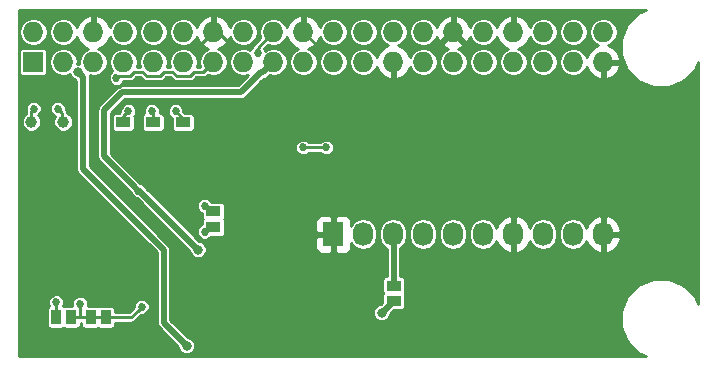
<source format=gbl>
G04 #@! TF.FileFunction,Copper,L2,Bot,Signal*
%FSLAX46Y46*%
G04 Gerber Fmt 4.6, Leading zero omitted, Abs format (unit mm)*
G04 Created by KiCad (PCBNEW 4.0.0-stable) date 1/17/2016 1:01:26 AM*
%MOMM*%
G01*
G04 APERTURE LIST*
%ADD10C,0.150000*%
%ADD11C,0.690000*%
%ADD12R,1.727200X1.727200*%
%ADD13O,1.727200X1.727200*%
%ADD14R,1.727200X2.032000*%
%ADD15O,1.727200X2.032000*%
%ADD16R,1.270000X0.965200*%
%ADD17C,1.000000*%
%ADD18R,0.965200X1.270000*%
%ADD19C,0.685800*%
%ADD20C,0.800000*%
%ADD21C,0.500000*%
%ADD22C,0.250000*%
%ADD23C,0.254000*%
G04 APERTURE END LIST*
D10*
D11*
X79250000Y-109800000D03*
X106325000Y-98000000D03*
X105350000Y-107850000D03*
X108925000Y-106550000D03*
X117800000Y-105675000D03*
X72440000Y-93400000D03*
X86850000Y-103490000D03*
X101130000Y-102360000D03*
X90140000Y-102010000D03*
X90140000Y-104020000D03*
X78670000Y-113940000D03*
X87500000Y-96090000D03*
X99600000Y-112600000D03*
X102050000Y-114150000D03*
X123200000Y-86000000D03*
X129000000Y-91800000D03*
X129000000Y-108000000D03*
X123500000Y-114000000D03*
X74700000Y-88400000D03*
X73000000Y-97000000D03*
X73000000Y-100000000D03*
X73000000Y-103000000D03*
X73000000Y-106000000D03*
X73000000Y-110000000D03*
X73000000Y-114000000D03*
X122800000Y-97900000D03*
X112800000Y-97900000D03*
X115300000Y-88600000D03*
X112700000Y-88600000D03*
X115100000Y-92300000D03*
X117800000Y-103100000D03*
X117800000Y-98300000D03*
D12*
X73370000Y-89770000D03*
D13*
X73370000Y-87230000D03*
X75910000Y-89770000D03*
X75910000Y-87230000D03*
X78450000Y-89770000D03*
X78450000Y-87230000D03*
X80990000Y-89770000D03*
X80990000Y-87230000D03*
X83530000Y-89770000D03*
X83530000Y-87230000D03*
X86070000Y-89770000D03*
X86070000Y-87230000D03*
X88610000Y-89770000D03*
X88610000Y-87230000D03*
X91150000Y-89770000D03*
X91150000Y-87230000D03*
X93690000Y-89770000D03*
X93690000Y-87230000D03*
X96230000Y-89770000D03*
X96230000Y-87230000D03*
X98770000Y-89770000D03*
X98770000Y-87230000D03*
X101310000Y-89770000D03*
X101310000Y-87230000D03*
X103850000Y-89770000D03*
X103850000Y-87230000D03*
X106390000Y-89770000D03*
X106390000Y-87230000D03*
X108930000Y-89770000D03*
X108930000Y-87230000D03*
X111470000Y-89770000D03*
X111470000Y-87230000D03*
X114010000Y-89770000D03*
X114010000Y-87230000D03*
X116550000Y-89770000D03*
X116550000Y-87230000D03*
X119090000Y-89770000D03*
X119090000Y-87230000D03*
X121630000Y-89770000D03*
X121630000Y-87230000D03*
D14*
X98765000Y-104350000D03*
D15*
X101305000Y-104350000D03*
X103845000Y-104350000D03*
X106385000Y-104350000D03*
X108925000Y-104350000D03*
X111465000Y-104350000D03*
X114005000Y-104350000D03*
X116545000Y-104350000D03*
X119085000Y-104350000D03*
X121625000Y-104350000D03*
D11*
X85852000Y-111252000D03*
X81534000Y-109982000D03*
X84836000Y-113792000D03*
X101650000Y-106150000D03*
X83425000Y-103075000D03*
X83475000Y-106125000D03*
X86360000Y-109474000D03*
X85550000Y-105918000D03*
X77925000Y-100575000D03*
X76525000Y-95800000D03*
X79325000Y-99200000D03*
X100900000Y-95758000D03*
X97195640Y-111170720D03*
X82692240Y-88546940D03*
X78575000Y-95850000D03*
X98900000Y-97970000D03*
X92151200Y-100469700D03*
X88572340Y-109402880D03*
X107662980Y-90998040D03*
X102798880Y-91589860D03*
X72661780Y-85806280D03*
X81353660Y-85740240D03*
X102344220Y-88308180D03*
X99943920Y-91635580D03*
X91051380Y-94335600D03*
X94234000Y-109728000D03*
X96192340Y-106319320D03*
X89712800Y-106375200D03*
X87101680Y-99024440D03*
X88310720Y-93616780D03*
X96677480Y-100909120D03*
X97533460Y-90898980D03*
X98206560Y-95851980D03*
X94447360Y-92184220D03*
X90012520Y-93405960D03*
X92765880Y-91633040D03*
D16*
X88624000Y-103759000D03*
X88624000Y-102419300D03*
X86059137Y-94869000D03*
X86059137Y-96139000D03*
X83519137Y-94869000D03*
X83519137Y-96139000D03*
X80979137Y-94869000D03*
X80979137Y-96139000D03*
D17*
X73212452Y-94835497D03*
X75909195Y-94835497D03*
D18*
X75311000Y-111379000D03*
X76581000Y-111379000D03*
X78232000Y-111379000D03*
X79502000Y-111379000D03*
D11*
X96121220Y-95935800D03*
D16*
X103886000Y-108712000D03*
X103886000Y-109982000D03*
D19*
X97492820Y-88442800D03*
X95051880Y-88374220D03*
X87350000Y-88490000D03*
X90022141Y-88200354D03*
X79956660Y-88569800D03*
D20*
X83362800Y-97840800D03*
D19*
X82270328Y-100647140D03*
D20*
X87325000Y-105650000D03*
D19*
X92366525Y-88983045D03*
X96215300Y-97000000D03*
X98167910Y-97000000D03*
X82550000Y-110489996D03*
X77343000Y-110236000D03*
X85419200Y-93930000D03*
X87870000Y-101950000D03*
X87890000Y-104130000D03*
X83419200Y-93930000D03*
X81419200Y-93930000D03*
X75438000Y-93726000D03*
X73406000Y-93725998D03*
X75311000Y-110109000D03*
X80416400Y-91109800D03*
D20*
X102870000Y-110998000D03*
X86360000Y-113792000D03*
X77199263Y-90621218D03*
D21*
X108930000Y-87230000D02*
X110300000Y-88600000D01*
X108930000Y-87230000D02*
X107660000Y-88500000D01*
D22*
X114010000Y-87230000D02*
X114010000Y-87265000D01*
X97442800Y-88442800D02*
X97492820Y-88442800D01*
X96230000Y-87230000D02*
X97442800Y-88442800D01*
X88610000Y-87230000D02*
X89051787Y-87230000D01*
X89051787Y-87230000D02*
X90022141Y-88200354D01*
X79956660Y-88569800D02*
X83949330Y-88569800D01*
X83949330Y-88569800D02*
X84100529Y-88418601D01*
X84100529Y-88418601D02*
X87421399Y-88418601D01*
X87421399Y-88418601D02*
X87746401Y-88093599D01*
X87746401Y-88093599D02*
X88610000Y-87230000D01*
D21*
X83362800Y-97840800D02*
X83362800Y-96295337D01*
X83362800Y-96295337D02*
X83519137Y-96139000D01*
X83362800Y-97840800D02*
X84204937Y-97840800D01*
X84204937Y-97840800D02*
X85906737Y-96139000D01*
X85906737Y-96139000D02*
X86059137Y-96139000D01*
X83362800Y-97840800D02*
X82680937Y-97840800D01*
X82680937Y-97840800D02*
X80979137Y-96139000D01*
X83362800Y-96491400D02*
X83419200Y-96435000D01*
X93690000Y-89770000D02*
X92826401Y-90633599D01*
X92826401Y-90633599D02*
X92640101Y-90633599D01*
X92640101Y-90633599D02*
X90944700Y-92329000D01*
X90944700Y-92329000D02*
X80899000Y-92329000D01*
X80899000Y-92329000D02*
X79375000Y-93853000D01*
X79375000Y-93853000D02*
X79375000Y-97751812D01*
X79375000Y-97751812D02*
X81927429Y-100304241D01*
X81927429Y-100304241D02*
X82270328Y-100647140D01*
X82322140Y-100647140D02*
X82270328Y-100647140D01*
X87325000Y-105650000D02*
X82322140Y-100647140D01*
D22*
X92366525Y-88553475D02*
X92366525Y-88983045D01*
X93690000Y-87230000D02*
X92366525Y-88553475D01*
X98167910Y-97000000D02*
X96215300Y-97000000D01*
X82207101Y-110832895D02*
X82550000Y-110489996D01*
X81660996Y-111379000D02*
X82207101Y-110832895D01*
X79502000Y-111379000D02*
X81660996Y-111379000D01*
X77343000Y-111379000D02*
X78232000Y-111379000D01*
X76581000Y-111379000D02*
X77343000Y-111379000D01*
X77343000Y-111379000D02*
X77343000Y-110236000D01*
X78232000Y-111379000D02*
X79502000Y-111379000D01*
X108940600Y-89780600D02*
X108930000Y-89770000D01*
X86059137Y-94869000D02*
X86059137Y-94569937D01*
X86059137Y-94569937D02*
X85419200Y-93930000D01*
X85419200Y-93904800D02*
X85420200Y-93903800D01*
X88212899Y-102292899D02*
X87870000Y-101950000D01*
X88339300Y-102419300D02*
X88212899Y-102292899D01*
X88624000Y-102419300D02*
X88339300Y-102419300D01*
X88261000Y-103759000D02*
X88232899Y-103787101D01*
X88232899Y-103787101D02*
X87890000Y-104130000D01*
X88624000Y-103759000D02*
X88261000Y-103759000D01*
X83519137Y-94869000D02*
X83519137Y-94029937D01*
X83519137Y-94029937D02*
X83419200Y-93930000D01*
X83419200Y-93909400D02*
X83413600Y-93903800D01*
X80979137Y-94869000D02*
X80979137Y-94370063D01*
X80979137Y-94370063D02*
X81419200Y-93930000D01*
X81419200Y-93942400D02*
X81432400Y-93929200D01*
X75909195Y-94835497D02*
X75819000Y-94745302D01*
X75819000Y-94745302D02*
X75819000Y-94107000D01*
X75819000Y-94107000D02*
X75438000Y-93726000D01*
X73212452Y-93919546D02*
X73406000Y-93725998D01*
X73212452Y-94835497D02*
X73212452Y-93919546D01*
X88610000Y-89770000D02*
X87781755Y-90598245D01*
X87781755Y-90598245D02*
X87000885Y-90598245D01*
X86640529Y-90958601D02*
X85499471Y-90958601D01*
X87000885Y-90598245D02*
X86640529Y-90958601D01*
X84460885Y-90598245D02*
X84100529Y-90958601D01*
X85499471Y-90958601D02*
X85139115Y-90598245D01*
X85139115Y-90598245D02*
X84460885Y-90598245D01*
X84100529Y-90958601D02*
X82959471Y-90958601D01*
X82959471Y-90958601D02*
X82599115Y-90598245D01*
X82599115Y-90598245D02*
X81920885Y-90598245D01*
X81920885Y-90598245D02*
X81560529Y-90958601D01*
X81560529Y-90958601D02*
X80567599Y-90958601D01*
X80567599Y-90958601D02*
X80416400Y-91109800D01*
X75311000Y-111379000D02*
X75311000Y-110109000D01*
D21*
X116550000Y-104383400D02*
X116545360Y-104378760D01*
X103886000Y-108712000D02*
X103886000Y-104391000D01*
X103886000Y-104391000D02*
X103845000Y-104350000D01*
X77199263Y-90621218D02*
X77600000Y-91021955D01*
X77600000Y-91021955D02*
X77600000Y-98850000D01*
X77600000Y-98850000D02*
X84400000Y-105650000D01*
X84400000Y-105650000D02*
X84400000Y-111832000D01*
X84400000Y-111832000D02*
X85960001Y-113392001D01*
X85960001Y-113392001D02*
X86360000Y-113792000D01*
X103886000Y-109982000D02*
X102870000Y-110998000D01*
D23*
G36*
X124589582Y-85635450D02*
X123638788Y-86584586D01*
X123123588Y-87825326D01*
X123122415Y-89168780D01*
X123635450Y-90410418D01*
X124584586Y-91361212D01*
X125825326Y-91876412D01*
X127168780Y-91877585D01*
X128410418Y-91364550D01*
X129361212Y-90415414D01*
X129638000Y-89748834D01*
X129638000Y-110251381D01*
X129364550Y-109589582D01*
X128415414Y-108638788D01*
X127174674Y-108123588D01*
X125831220Y-108122415D01*
X124589582Y-108635450D01*
X123638788Y-109584586D01*
X123123588Y-110825326D01*
X123122415Y-112168780D01*
X123635450Y-113410418D01*
X124584586Y-114361212D01*
X125251166Y-114638000D01*
X72127000Y-114638000D01*
X72127000Y-110744000D01*
X74494994Y-110744000D01*
X74494994Y-112014000D01*
X74517795Y-112135179D01*
X74589412Y-112246474D01*
X74698686Y-112321138D01*
X74828400Y-112347406D01*
X75793600Y-112347406D01*
X75914779Y-112324605D01*
X75945154Y-112305059D01*
X75968686Y-112321138D01*
X76098400Y-112347406D01*
X77063600Y-112347406D01*
X77184779Y-112324605D01*
X77296074Y-112252988D01*
X77370738Y-112143714D01*
X77397006Y-112014000D01*
X77397006Y-111831000D01*
X77415994Y-111831000D01*
X77415994Y-112014000D01*
X77438795Y-112135179D01*
X77510412Y-112246474D01*
X77619686Y-112321138D01*
X77749400Y-112347406D01*
X78714600Y-112347406D01*
X78835779Y-112324605D01*
X78866154Y-112305059D01*
X78889686Y-112321138D01*
X79019400Y-112347406D01*
X79984600Y-112347406D01*
X80105779Y-112324605D01*
X80217074Y-112252988D01*
X80291738Y-112143714D01*
X80318006Y-112014000D01*
X80318006Y-111831000D01*
X81660996Y-111831000D01*
X81833969Y-111796594D01*
X81980608Y-111698612D01*
X82519351Y-111159869D01*
X82682667Y-111160012D01*
X82928972Y-111058241D01*
X83117582Y-110869959D01*
X83219783Y-110623832D01*
X83220016Y-110357329D01*
X83118245Y-110111024D01*
X82929963Y-109922414D01*
X82683836Y-109820213D01*
X82417333Y-109819980D01*
X82171028Y-109921751D01*
X81982418Y-110110033D01*
X81880217Y-110356160D01*
X81880073Y-110520699D01*
X81473772Y-110927000D01*
X80318006Y-110927000D01*
X80318006Y-110744000D01*
X80295205Y-110622821D01*
X80223588Y-110511526D01*
X80114314Y-110436862D01*
X79984600Y-110410594D01*
X79019400Y-110410594D01*
X78898221Y-110433395D01*
X78867846Y-110452941D01*
X78844314Y-110436862D01*
X78714600Y-110410594D01*
X77995859Y-110410594D01*
X78012783Y-110369836D01*
X78013016Y-110103333D01*
X77911245Y-109857028D01*
X77722963Y-109668418D01*
X77476836Y-109566217D01*
X77210333Y-109565984D01*
X76964028Y-109667755D01*
X76775418Y-109856037D01*
X76673217Y-110102164D01*
X76672984Y-110368667D01*
X76690308Y-110410594D01*
X76098400Y-110410594D01*
X75977221Y-110433395D01*
X75946846Y-110452941D01*
X75923314Y-110436862D01*
X75902008Y-110432547D01*
X75980783Y-110242836D01*
X75981016Y-109976333D01*
X75879245Y-109730028D01*
X75690963Y-109541418D01*
X75444836Y-109439217D01*
X75178333Y-109438984D01*
X74932028Y-109540755D01*
X74743418Y-109729037D01*
X74641217Y-109975164D01*
X74640984Y-110241667D01*
X74719268Y-110431128D01*
X74707221Y-110433395D01*
X74595926Y-110505012D01*
X74521262Y-110614286D01*
X74494994Y-110744000D01*
X72127000Y-110744000D01*
X72127000Y-94999276D01*
X72385309Y-94999276D01*
X72510947Y-95303343D01*
X72743382Y-95536185D01*
X73047230Y-95662353D01*
X73376231Y-95662640D01*
X73680298Y-95537002D01*
X73913140Y-95304567D01*
X74039308Y-95000719D01*
X74039595Y-94671718D01*
X73913957Y-94367651D01*
X73812873Y-94266390D01*
X73973582Y-94105961D01*
X74075783Y-93859834D01*
X74075784Y-93858667D01*
X74767984Y-93858667D01*
X74869755Y-94104972D01*
X75058037Y-94293582D01*
X75215839Y-94359107D01*
X75208507Y-94366427D01*
X75082339Y-94670275D01*
X75082052Y-94999276D01*
X75207690Y-95303343D01*
X75440125Y-95536185D01*
X75743973Y-95662353D01*
X76072974Y-95662640D01*
X76377041Y-95537002D01*
X76609883Y-95304567D01*
X76736051Y-95000719D01*
X76736338Y-94671718D01*
X76610700Y-94367651D01*
X76378265Y-94134809D01*
X76267372Y-94088763D01*
X76236594Y-93934027D01*
X76216397Y-93903800D01*
X76138612Y-93787387D01*
X76107873Y-93756648D01*
X76108016Y-93593333D01*
X76006245Y-93347028D01*
X75817963Y-93158418D01*
X75571836Y-93056217D01*
X75305333Y-93055984D01*
X75059028Y-93157755D01*
X74870418Y-93346037D01*
X74768217Y-93592164D01*
X74767984Y-93858667D01*
X74075784Y-93858667D01*
X74076016Y-93593331D01*
X73974245Y-93347026D01*
X73785963Y-93158416D01*
X73539836Y-93056215D01*
X73273333Y-93055982D01*
X73027028Y-93157753D01*
X72838418Y-93346035D01*
X72736217Y-93592162D01*
X72735984Y-93858665D01*
X72760675Y-93918423D01*
X72760452Y-93919546D01*
X72760452Y-94127445D01*
X72744606Y-94133992D01*
X72511764Y-94366427D01*
X72385596Y-94670275D01*
X72385309Y-94999276D01*
X72127000Y-94999276D01*
X72127000Y-88906400D01*
X72172994Y-88906400D01*
X72172994Y-90633600D01*
X72195795Y-90754779D01*
X72267412Y-90866074D01*
X72376686Y-90940738D01*
X72506400Y-90967006D01*
X74233600Y-90967006D01*
X74354779Y-90944205D01*
X74466074Y-90872588D01*
X74540738Y-90763314D01*
X74567006Y-90633600D01*
X74567006Y-88906400D01*
X74544205Y-88785221D01*
X74472588Y-88673926D01*
X74363314Y-88599262D01*
X74233600Y-88572994D01*
X72506400Y-88572994D01*
X72385221Y-88595795D01*
X72273926Y-88667412D01*
X72199262Y-88776686D01*
X72172994Y-88906400D01*
X72127000Y-88906400D01*
X72127000Y-87230000D01*
X72156075Y-87230000D01*
X72246704Y-87685623D01*
X72504794Y-88071881D01*
X72891052Y-88329971D01*
X73346675Y-88420600D01*
X73393325Y-88420600D01*
X73848948Y-88329971D01*
X74235206Y-88071881D01*
X74493296Y-87685623D01*
X74583925Y-87230000D01*
X74696075Y-87230000D01*
X74786704Y-87685623D01*
X75044794Y-88071881D01*
X75431052Y-88329971D01*
X75886675Y-88420600D01*
X75933325Y-88420600D01*
X76388948Y-88329971D01*
X76775206Y-88071881D01*
X77033296Y-87685623D01*
X77033866Y-87682760D01*
X77167312Y-88004947D01*
X77561510Y-88436821D01*
X78032864Y-88657734D01*
X77971052Y-88670029D01*
X77584794Y-88928119D01*
X77326704Y-89314377D01*
X77236075Y-89770000D01*
X77260794Y-89894271D01*
X77099234Y-89894130D01*
X77123925Y-89770000D01*
X77033296Y-89314377D01*
X76775206Y-88928119D01*
X76388948Y-88670029D01*
X75933325Y-88579400D01*
X75886675Y-88579400D01*
X75431052Y-88670029D01*
X75044794Y-88928119D01*
X74786704Y-89314377D01*
X74696075Y-89770000D01*
X74786704Y-90225623D01*
X75044794Y-90611881D01*
X75431052Y-90869971D01*
X75886675Y-90960600D01*
X75933325Y-90960600D01*
X76388948Y-90869971D01*
X76488065Y-90803743D01*
X76582583Y-91032493D01*
X76786913Y-91237179D01*
X77023000Y-91335212D01*
X77023000Y-98849995D01*
X77022999Y-98850000D01*
X77066922Y-99070808D01*
X77191999Y-99258001D01*
X83823000Y-105889001D01*
X83823000Y-111831995D01*
X83822999Y-111832000D01*
X83866922Y-112052808D01*
X83991999Y-112240001D01*
X85551998Y-113799999D01*
X85552000Y-113800002D01*
X85632922Y-113880924D01*
X85632874Y-113935975D01*
X85743320Y-114203275D01*
X85947650Y-114407961D01*
X86214756Y-114518874D01*
X86503975Y-114519126D01*
X86771275Y-114408680D01*
X86975961Y-114204350D01*
X87086874Y-113937244D01*
X87087126Y-113648025D01*
X86976680Y-113380725D01*
X86772350Y-113176039D01*
X86505244Y-113065126D01*
X86449079Y-113065077D01*
X86368002Y-112984000D01*
X86367999Y-112983998D01*
X84977000Y-111592998D01*
X84977000Y-111141975D01*
X102142874Y-111141975D01*
X102253320Y-111409275D01*
X102457650Y-111613961D01*
X102724756Y-111724874D01*
X103013975Y-111725126D01*
X103281275Y-111614680D01*
X103485961Y-111410350D01*
X103596874Y-111143244D01*
X103596923Y-111087079D01*
X103885996Y-110798006D01*
X104521000Y-110798006D01*
X104642179Y-110775205D01*
X104753474Y-110703588D01*
X104828138Y-110594314D01*
X104854406Y-110464600D01*
X104854406Y-109499400D01*
X104831605Y-109378221D01*
X104812059Y-109347846D01*
X104828138Y-109324314D01*
X104854406Y-109194600D01*
X104854406Y-108229400D01*
X104831605Y-108108221D01*
X104759988Y-107996926D01*
X104650714Y-107922262D01*
X104521000Y-107895994D01*
X104463000Y-107895994D01*
X104463000Y-105520185D01*
X104686881Y-105370592D01*
X104944971Y-104984334D01*
X105035600Y-104528711D01*
X105035600Y-104171289D01*
X105194400Y-104171289D01*
X105194400Y-104528711D01*
X105285029Y-104984334D01*
X105543119Y-105370592D01*
X105929377Y-105628682D01*
X106385000Y-105719311D01*
X106840623Y-105628682D01*
X107226881Y-105370592D01*
X107484971Y-104984334D01*
X107575600Y-104528711D01*
X107575600Y-104171289D01*
X107734400Y-104171289D01*
X107734400Y-104528711D01*
X107825029Y-104984334D01*
X108083119Y-105370592D01*
X108469377Y-105628682D01*
X108925000Y-105719311D01*
X109380623Y-105628682D01*
X109766881Y-105370592D01*
X110024971Y-104984334D01*
X110115600Y-104528711D01*
X110115600Y-104171289D01*
X110274400Y-104171289D01*
X110274400Y-104528711D01*
X110365029Y-104984334D01*
X110623119Y-105370592D01*
X111009377Y-105628682D01*
X111465000Y-105719311D01*
X111920623Y-105628682D01*
X112306881Y-105370592D01*
X112564971Y-104984334D01*
X112583146Y-104892961D01*
X112713046Y-105264320D01*
X113102964Y-105700732D01*
X113630209Y-105954709D01*
X113645974Y-105957358D01*
X113878000Y-105836217D01*
X113878000Y-104477000D01*
X113858000Y-104477000D01*
X113858000Y-104223000D01*
X113878000Y-104223000D01*
X113878000Y-102863783D01*
X114132000Y-102863783D01*
X114132000Y-104223000D01*
X114152000Y-104223000D01*
X114152000Y-104477000D01*
X114132000Y-104477000D01*
X114132000Y-105836217D01*
X114364026Y-105957358D01*
X114379791Y-105954709D01*
X114907036Y-105700732D01*
X115296954Y-105264320D01*
X115426854Y-104892961D01*
X115445029Y-104984334D01*
X115703119Y-105370592D01*
X116089377Y-105628682D01*
X116545000Y-105719311D01*
X117000623Y-105628682D01*
X117386881Y-105370592D01*
X117644971Y-104984334D01*
X117735600Y-104528711D01*
X117735600Y-104171289D01*
X117894400Y-104171289D01*
X117894400Y-104528711D01*
X117985029Y-104984334D01*
X118243119Y-105370592D01*
X118629377Y-105628682D01*
X119085000Y-105719311D01*
X119540623Y-105628682D01*
X119926881Y-105370592D01*
X120184971Y-104984334D01*
X120203146Y-104892961D01*
X120333046Y-105264320D01*
X120722964Y-105700732D01*
X121250209Y-105954709D01*
X121265974Y-105957358D01*
X121498000Y-105836217D01*
X121498000Y-104477000D01*
X121752000Y-104477000D01*
X121752000Y-105836217D01*
X121984026Y-105957358D01*
X121999791Y-105954709D01*
X122527036Y-105700732D01*
X122916954Y-105264320D01*
X123110184Y-104711913D01*
X122965924Y-104477000D01*
X121752000Y-104477000D01*
X121498000Y-104477000D01*
X121478000Y-104477000D01*
X121478000Y-104223000D01*
X121498000Y-104223000D01*
X121498000Y-102863783D01*
X121752000Y-102863783D01*
X121752000Y-104223000D01*
X122965924Y-104223000D01*
X123110184Y-103988087D01*
X122916954Y-103435680D01*
X122527036Y-102999268D01*
X121999791Y-102745291D01*
X121984026Y-102742642D01*
X121752000Y-102863783D01*
X121498000Y-102863783D01*
X121265974Y-102742642D01*
X121250209Y-102745291D01*
X120722964Y-102999268D01*
X120333046Y-103435680D01*
X120203146Y-103807039D01*
X120184971Y-103715666D01*
X119926881Y-103329408D01*
X119540623Y-103071318D01*
X119085000Y-102980689D01*
X118629377Y-103071318D01*
X118243119Y-103329408D01*
X117985029Y-103715666D01*
X117894400Y-104171289D01*
X117735600Y-104171289D01*
X117644971Y-103715666D01*
X117386881Y-103329408D01*
X117000623Y-103071318D01*
X116545000Y-102980689D01*
X116089377Y-103071318D01*
X115703119Y-103329408D01*
X115445029Y-103715666D01*
X115426854Y-103807039D01*
X115296954Y-103435680D01*
X114907036Y-102999268D01*
X114379791Y-102745291D01*
X114364026Y-102742642D01*
X114132000Y-102863783D01*
X113878000Y-102863783D01*
X113645974Y-102742642D01*
X113630209Y-102745291D01*
X113102964Y-102999268D01*
X112713046Y-103435680D01*
X112583146Y-103807039D01*
X112564971Y-103715666D01*
X112306881Y-103329408D01*
X111920623Y-103071318D01*
X111465000Y-102980689D01*
X111009377Y-103071318D01*
X110623119Y-103329408D01*
X110365029Y-103715666D01*
X110274400Y-104171289D01*
X110115600Y-104171289D01*
X110024971Y-103715666D01*
X109766881Y-103329408D01*
X109380623Y-103071318D01*
X108925000Y-102980689D01*
X108469377Y-103071318D01*
X108083119Y-103329408D01*
X107825029Y-103715666D01*
X107734400Y-104171289D01*
X107575600Y-104171289D01*
X107484971Y-103715666D01*
X107226881Y-103329408D01*
X106840623Y-103071318D01*
X106385000Y-102980689D01*
X105929377Y-103071318D01*
X105543119Y-103329408D01*
X105285029Y-103715666D01*
X105194400Y-104171289D01*
X105035600Y-104171289D01*
X104944971Y-103715666D01*
X104686881Y-103329408D01*
X104300623Y-103071318D01*
X103845000Y-102980689D01*
X103389377Y-103071318D01*
X103003119Y-103329408D01*
X102745029Y-103715666D01*
X102654400Y-104171289D01*
X102654400Y-104528711D01*
X102745029Y-104984334D01*
X103003119Y-105370592D01*
X103309000Y-105574976D01*
X103309000Y-107895994D01*
X103251000Y-107895994D01*
X103129821Y-107918795D01*
X103018526Y-107990412D01*
X102943862Y-108099686D01*
X102917594Y-108229400D01*
X102917594Y-109194600D01*
X102940395Y-109315779D01*
X102959941Y-109346154D01*
X102943862Y-109369686D01*
X102917594Y-109499400D01*
X102917594Y-110134404D01*
X102781076Y-110270922D01*
X102726025Y-110270874D01*
X102458725Y-110381320D01*
X102254039Y-110585650D01*
X102143126Y-110852756D01*
X102142874Y-111141975D01*
X84977000Y-111141975D01*
X84977000Y-105650000D01*
X84933078Y-105429192D01*
X84808001Y-105241999D01*
X84807998Y-105241997D01*
X78177000Y-98610998D01*
X78177000Y-93853000D01*
X78797999Y-93853000D01*
X78798000Y-93853005D01*
X78798000Y-97751807D01*
X78797999Y-97751812D01*
X78841922Y-97972620D01*
X78966999Y-98159813D01*
X81519426Y-100712239D01*
X81519428Y-100712242D01*
X81609690Y-100802504D01*
X81702083Y-101026112D01*
X81890365Y-101214722D01*
X82136492Y-101316923D01*
X82175956Y-101316958D01*
X86597922Y-105738923D01*
X86597874Y-105793975D01*
X86708320Y-106061275D01*
X86912650Y-106265961D01*
X87179756Y-106376874D01*
X87468975Y-106377126D01*
X87736275Y-106266680D01*
X87940961Y-106062350D01*
X88051874Y-105795244D01*
X88052126Y-105506025D01*
X87941680Y-105238725D01*
X87737350Y-105034039D01*
X87470244Y-104923126D01*
X87414078Y-104923077D01*
X84573669Y-102082667D01*
X87199984Y-102082667D01*
X87301755Y-102328972D01*
X87490037Y-102517582D01*
X87655594Y-102586327D01*
X87655594Y-102901900D01*
X87678395Y-103023079D01*
X87721039Y-103089349D01*
X87681862Y-103146686D01*
X87655594Y-103276400D01*
X87655594Y-103502022D01*
X87511028Y-103561755D01*
X87322418Y-103750037D01*
X87220217Y-103996164D01*
X87219984Y-104262667D01*
X87321755Y-104508972D01*
X87510037Y-104697582D01*
X87756164Y-104799783D01*
X88022667Y-104800016D01*
X88268972Y-104698245D01*
X88331576Y-104635750D01*
X97266400Y-104635750D01*
X97266400Y-105492309D01*
X97363073Y-105725698D01*
X97541701Y-105904327D01*
X97775090Y-106001000D01*
X98479250Y-106001000D01*
X98638000Y-105842250D01*
X98638000Y-104477000D01*
X97425150Y-104477000D01*
X97266400Y-104635750D01*
X88331576Y-104635750D01*
X88392426Y-104575006D01*
X89259000Y-104575006D01*
X89380179Y-104552205D01*
X89491474Y-104480588D01*
X89566138Y-104371314D01*
X89592406Y-104241600D01*
X89592406Y-103276400D01*
X89579478Y-103207691D01*
X97266400Y-103207691D01*
X97266400Y-104064250D01*
X97425150Y-104223000D01*
X98638000Y-104223000D01*
X98638000Y-102857750D01*
X98892000Y-102857750D01*
X98892000Y-104223000D01*
X98912000Y-104223000D01*
X98912000Y-104477000D01*
X98892000Y-104477000D01*
X98892000Y-105842250D01*
X99050750Y-106001000D01*
X99754910Y-106001000D01*
X99988299Y-105904327D01*
X100166927Y-105725698D01*
X100263600Y-105492309D01*
X100263600Y-105071991D01*
X100463119Y-105370592D01*
X100849377Y-105628682D01*
X101305000Y-105719311D01*
X101760623Y-105628682D01*
X102146881Y-105370592D01*
X102404971Y-104984334D01*
X102495600Y-104528711D01*
X102495600Y-104171289D01*
X102404971Y-103715666D01*
X102146881Y-103329408D01*
X101760623Y-103071318D01*
X101305000Y-102980689D01*
X100849377Y-103071318D01*
X100463119Y-103329408D01*
X100263600Y-103628009D01*
X100263600Y-103207691D01*
X100166927Y-102974302D01*
X99988299Y-102795673D01*
X99754910Y-102699000D01*
X99050750Y-102699000D01*
X98892000Y-102857750D01*
X98638000Y-102857750D01*
X98479250Y-102699000D01*
X97775090Y-102699000D01*
X97541701Y-102795673D01*
X97363073Y-102974302D01*
X97266400Y-103207691D01*
X89579478Y-103207691D01*
X89569605Y-103155221D01*
X89526961Y-103088951D01*
X89566138Y-103031614D01*
X89592406Y-102901900D01*
X89592406Y-101936700D01*
X89569605Y-101815521D01*
X89497988Y-101704226D01*
X89388714Y-101629562D01*
X89259000Y-101603294D01*
X88451577Y-101603294D01*
X88438245Y-101571028D01*
X88249963Y-101382418D01*
X88003836Y-101280217D01*
X87737333Y-101279984D01*
X87491028Y-101381755D01*
X87302418Y-101570037D01*
X87200217Y-101816164D01*
X87199984Y-102082667D01*
X84573669Y-102082667D01*
X82894483Y-100403481D01*
X82838573Y-100268168D01*
X82650291Y-100079558D01*
X82425340Y-99986150D01*
X82335430Y-99896240D01*
X82335427Y-99896238D01*
X79952000Y-97512810D01*
X79952000Y-97132667D01*
X95545284Y-97132667D01*
X95647055Y-97378972D01*
X95835337Y-97567582D01*
X96081464Y-97669783D01*
X96347967Y-97670016D01*
X96594272Y-97568245D01*
X96710720Y-97452000D01*
X97672566Y-97452000D01*
X97787947Y-97567582D01*
X98034074Y-97669783D01*
X98300577Y-97670016D01*
X98546882Y-97568245D01*
X98735492Y-97379963D01*
X98837693Y-97133836D01*
X98837926Y-96867333D01*
X98736155Y-96621028D01*
X98547873Y-96432418D01*
X98301746Y-96330217D01*
X98035243Y-96329984D01*
X97788938Y-96431755D01*
X97672490Y-96548000D01*
X96710644Y-96548000D01*
X96595263Y-96432418D01*
X96349136Y-96330217D01*
X96082633Y-96329984D01*
X95836328Y-96431755D01*
X95647718Y-96620037D01*
X95545517Y-96866164D01*
X95545284Y-97132667D01*
X79952000Y-97132667D01*
X79952000Y-94386400D01*
X80010731Y-94386400D01*
X80010731Y-95351600D01*
X80033532Y-95472779D01*
X80105149Y-95584074D01*
X80214423Y-95658738D01*
X80344137Y-95685006D01*
X81614137Y-95685006D01*
X81735316Y-95662205D01*
X81846611Y-95590588D01*
X81921275Y-95481314D01*
X81947543Y-95351600D01*
X81947543Y-94386400D01*
X82550731Y-94386400D01*
X82550731Y-95351600D01*
X82573532Y-95472779D01*
X82645149Y-95584074D01*
X82754423Y-95658738D01*
X82884137Y-95685006D01*
X84154137Y-95685006D01*
X84275316Y-95662205D01*
X84386611Y-95590588D01*
X84461275Y-95481314D01*
X84487543Y-95351600D01*
X84487543Y-94386400D01*
X84464742Y-94265221D01*
X84393125Y-94153926D01*
X84283851Y-94079262D01*
X84201904Y-94062667D01*
X84749184Y-94062667D01*
X84850955Y-94308972D01*
X85039237Y-94497582D01*
X85090731Y-94518964D01*
X85090731Y-95351600D01*
X85113532Y-95472779D01*
X85185149Y-95584074D01*
X85294423Y-95658738D01*
X85424137Y-95685006D01*
X86694137Y-95685006D01*
X86815316Y-95662205D01*
X86926611Y-95590588D01*
X87001275Y-95481314D01*
X87027543Y-95351600D01*
X87027543Y-94386400D01*
X87004742Y-94265221D01*
X86933125Y-94153926D01*
X86823851Y-94079262D01*
X86694137Y-94052994D01*
X86181419Y-94052994D01*
X86089073Y-93960649D01*
X86089216Y-93797333D01*
X85987445Y-93551028D01*
X85799163Y-93362418D01*
X85553036Y-93260217D01*
X85286533Y-93259984D01*
X85040228Y-93361755D01*
X84851618Y-93550037D01*
X84749417Y-93796164D01*
X84749184Y-94062667D01*
X84201904Y-94062667D01*
X84154137Y-94052994D01*
X84088992Y-94052994D01*
X84089216Y-93797333D01*
X83987445Y-93551028D01*
X83799163Y-93362418D01*
X83553036Y-93260217D01*
X83286533Y-93259984D01*
X83040228Y-93361755D01*
X82851618Y-93550037D01*
X82749417Y-93796164D01*
X82749184Y-94062667D01*
X82756362Y-94080039D01*
X82651663Y-94147412D01*
X82576999Y-94256686D01*
X82550731Y-94386400D01*
X81947543Y-94386400D01*
X81941640Y-94355027D01*
X81986782Y-94309963D01*
X82088983Y-94063836D01*
X82089216Y-93797333D01*
X81987445Y-93551028D01*
X81799163Y-93362418D01*
X81553036Y-93260217D01*
X81286533Y-93259984D01*
X81040228Y-93361755D01*
X80851618Y-93550037D01*
X80749417Y-93796164D01*
X80749273Y-93960703D01*
X80659525Y-94050451D01*
X80657826Y-94052994D01*
X80344137Y-94052994D01*
X80222958Y-94075795D01*
X80111663Y-94147412D01*
X80036999Y-94256686D01*
X80010731Y-94386400D01*
X79952000Y-94386400D01*
X79952000Y-94092002D01*
X81138001Y-92906000D01*
X90944695Y-92906000D01*
X90944700Y-92906001D01*
X91165508Y-92862078D01*
X91352701Y-92737001D01*
X92892188Y-91197514D01*
X93047209Y-91166677D01*
X93234402Y-91041600D01*
X93373682Y-90902320D01*
X93666675Y-90960600D01*
X93713325Y-90960600D01*
X94168948Y-90869971D01*
X94555206Y-90611881D01*
X94813296Y-90225623D01*
X94903925Y-89770000D01*
X94813296Y-89314377D01*
X94555206Y-88928119D01*
X94168948Y-88670029D01*
X93713325Y-88579400D01*
X93666675Y-88579400D01*
X93211052Y-88670029D01*
X93015901Y-88800425D01*
X92940729Y-88618495D01*
X93226233Y-88332991D01*
X93666675Y-88420600D01*
X93713325Y-88420600D01*
X94168948Y-88329971D01*
X94555206Y-88071881D01*
X94813296Y-87685623D01*
X94813866Y-87682760D01*
X94947312Y-88004947D01*
X95341510Y-88436821D01*
X95812864Y-88657734D01*
X95751052Y-88670029D01*
X95364794Y-88928119D01*
X95106704Y-89314377D01*
X95016075Y-89770000D01*
X95106704Y-90225623D01*
X95364794Y-90611881D01*
X95751052Y-90869971D01*
X96206675Y-90960600D01*
X96253325Y-90960600D01*
X96708948Y-90869971D01*
X97095206Y-90611881D01*
X97353296Y-90225623D01*
X97443925Y-89770000D01*
X97556075Y-89770000D01*
X97646704Y-90225623D01*
X97904794Y-90611881D01*
X98291052Y-90869971D01*
X98746675Y-90960600D01*
X98793325Y-90960600D01*
X99248948Y-90869971D01*
X99635206Y-90611881D01*
X99893296Y-90225623D01*
X99983925Y-89770000D01*
X100096075Y-89770000D01*
X100186704Y-90225623D01*
X100444794Y-90611881D01*
X100831052Y-90869971D01*
X101286675Y-90960600D01*
X101333325Y-90960600D01*
X101788948Y-90869971D01*
X102175206Y-90611881D01*
X102433296Y-90225623D01*
X102433866Y-90222760D01*
X102567312Y-90544947D01*
X102961510Y-90976821D01*
X103490973Y-91224968D01*
X103723000Y-91104469D01*
X103723000Y-89897000D01*
X103703000Y-89897000D01*
X103703000Y-89643000D01*
X103723000Y-89643000D01*
X103723000Y-89623000D01*
X103977000Y-89623000D01*
X103977000Y-89643000D01*
X103997000Y-89643000D01*
X103997000Y-89897000D01*
X103977000Y-89897000D01*
X103977000Y-91104469D01*
X104209027Y-91224968D01*
X104738490Y-90976821D01*
X105132688Y-90544947D01*
X105266134Y-90222760D01*
X105266704Y-90225623D01*
X105524794Y-90611881D01*
X105911052Y-90869971D01*
X106366675Y-90960600D01*
X106413325Y-90960600D01*
X106868948Y-90869971D01*
X107255206Y-90611881D01*
X107513296Y-90225623D01*
X107603925Y-89770000D01*
X107513296Y-89314377D01*
X107255206Y-88928119D01*
X106868948Y-88670029D01*
X106413325Y-88579400D01*
X106366675Y-88579400D01*
X105911052Y-88670029D01*
X105524794Y-88928119D01*
X105266704Y-89314377D01*
X105266134Y-89317240D01*
X105132688Y-88995053D01*
X104738490Y-88563179D01*
X104267136Y-88342266D01*
X104328948Y-88329971D01*
X104715206Y-88071881D01*
X104973296Y-87685623D01*
X105063925Y-87230000D01*
X105176075Y-87230000D01*
X105266704Y-87685623D01*
X105524794Y-88071881D01*
X105911052Y-88329971D01*
X106366675Y-88420600D01*
X106413325Y-88420600D01*
X106868948Y-88329971D01*
X107255206Y-88071881D01*
X107513296Y-87685623D01*
X107513866Y-87682760D01*
X107647312Y-88004947D01*
X108041510Y-88436821D01*
X108512864Y-88657734D01*
X108451052Y-88670029D01*
X108064794Y-88928119D01*
X107806704Y-89314377D01*
X107716075Y-89770000D01*
X107806704Y-90225623D01*
X108064794Y-90611881D01*
X108451052Y-90869971D01*
X108906675Y-90960600D01*
X108953325Y-90960600D01*
X109408948Y-90869971D01*
X109795206Y-90611881D01*
X110053296Y-90225623D01*
X110143925Y-89770000D01*
X110256075Y-89770000D01*
X110346704Y-90225623D01*
X110604794Y-90611881D01*
X110991052Y-90869971D01*
X111446675Y-90960600D01*
X111493325Y-90960600D01*
X111948948Y-90869971D01*
X112335206Y-90611881D01*
X112593296Y-90225623D01*
X112683925Y-89770000D01*
X112593296Y-89314377D01*
X112335206Y-88928119D01*
X111948948Y-88670029D01*
X111493325Y-88579400D01*
X111446675Y-88579400D01*
X110991052Y-88670029D01*
X110604794Y-88928119D01*
X110346704Y-89314377D01*
X110256075Y-89770000D01*
X110143925Y-89770000D01*
X110053296Y-89314377D01*
X109795206Y-88928119D01*
X109408948Y-88670029D01*
X109347136Y-88657734D01*
X109818490Y-88436821D01*
X110212688Y-88004947D01*
X110346134Y-87682760D01*
X110346704Y-87685623D01*
X110604794Y-88071881D01*
X110991052Y-88329971D01*
X111446675Y-88420600D01*
X111493325Y-88420600D01*
X111948948Y-88329971D01*
X112335206Y-88071881D01*
X112593296Y-87685623D01*
X112593866Y-87682760D01*
X112727312Y-88004947D01*
X113121510Y-88436821D01*
X113592864Y-88657734D01*
X113531052Y-88670029D01*
X113144794Y-88928119D01*
X112886704Y-89314377D01*
X112796075Y-89770000D01*
X112886704Y-90225623D01*
X113144794Y-90611881D01*
X113531052Y-90869971D01*
X113986675Y-90960600D01*
X114033325Y-90960600D01*
X114488948Y-90869971D01*
X114875206Y-90611881D01*
X115133296Y-90225623D01*
X115223925Y-89770000D01*
X115336075Y-89770000D01*
X115426704Y-90225623D01*
X115684794Y-90611881D01*
X116071052Y-90869971D01*
X116526675Y-90960600D01*
X116573325Y-90960600D01*
X117028948Y-90869971D01*
X117415206Y-90611881D01*
X117673296Y-90225623D01*
X117763925Y-89770000D01*
X117876075Y-89770000D01*
X117966704Y-90225623D01*
X118224794Y-90611881D01*
X118611052Y-90869971D01*
X119066675Y-90960600D01*
X119113325Y-90960600D01*
X119568948Y-90869971D01*
X119955206Y-90611881D01*
X120213296Y-90225623D01*
X120213866Y-90222760D01*
X120347312Y-90544947D01*
X120741510Y-90976821D01*
X121270973Y-91224968D01*
X121503000Y-91104469D01*
X121503000Y-89897000D01*
X121757000Y-89897000D01*
X121757000Y-91104469D01*
X121989027Y-91224968D01*
X122518490Y-90976821D01*
X122912688Y-90544947D01*
X123084958Y-90129026D01*
X122963817Y-89897000D01*
X121757000Y-89897000D01*
X121503000Y-89897000D01*
X121483000Y-89897000D01*
X121483000Y-89643000D01*
X121503000Y-89643000D01*
X121503000Y-89623000D01*
X121757000Y-89623000D01*
X121757000Y-89643000D01*
X122963817Y-89643000D01*
X123084958Y-89410974D01*
X122912688Y-88995053D01*
X122518490Y-88563179D01*
X122047136Y-88342266D01*
X122108948Y-88329971D01*
X122495206Y-88071881D01*
X122753296Y-87685623D01*
X122843925Y-87230000D01*
X122753296Y-86774377D01*
X122495206Y-86388119D01*
X122108948Y-86130029D01*
X121653325Y-86039400D01*
X121606675Y-86039400D01*
X121151052Y-86130029D01*
X120764794Y-86388119D01*
X120506704Y-86774377D01*
X120416075Y-87230000D01*
X120506704Y-87685623D01*
X120764794Y-88071881D01*
X121151052Y-88329971D01*
X121212864Y-88342266D01*
X120741510Y-88563179D01*
X120347312Y-88995053D01*
X120213866Y-89317240D01*
X120213296Y-89314377D01*
X119955206Y-88928119D01*
X119568948Y-88670029D01*
X119113325Y-88579400D01*
X119066675Y-88579400D01*
X118611052Y-88670029D01*
X118224794Y-88928119D01*
X117966704Y-89314377D01*
X117876075Y-89770000D01*
X117763925Y-89770000D01*
X117673296Y-89314377D01*
X117415206Y-88928119D01*
X117028948Y-88670029D01*
X116573325Y-88579400D01*
X116526675Y-88579400D01*
X116071052Y-88670029D01*
X115684794Y-88928119D01*
X115426704Y-89314377D01*
X115336075Y-89770000D01*
X115223925Y-89770000D01*
X115133296Y-89314377D01*
X114875206Y-88928119D01*
X114488948Y-88670029D01*
X114427136Y-88657734D01*
X114898490Y-88436821D01*
X115292688Y-88004947D01*
X115426134Y-87682760D01*
X115426704Y-87685623D01*
X115684794Y-88071881D01*
X116071052Y-88329971D01*
X116526675Y-88420600D01*
X116573325Y-88420600D01*
X117028948Y-88329971D01*
X117415206Y-88071881D01*
X117673296Y-87685623D01*
X117763925Y-87230000D01*
X117876075Y-87230000D01*
X117966704Y-87685623D01*
X118224794Y-88071881D01*
X118611052Y-88329971D01*
X119066675Y-88420600D01*
X119113325Y-88420600D01*
X119568948Y-88329971D01*
X119955206Y-88071881D01*
X120213296Y-87685623D01*
X120303925Y-87230000D01*
X120213296Y-86774377D01*
X119955206Y-86388119D01*
X119568948Y-86130029D01*
X119113325Y-86039400D01*
X119066675Y-86039400D01*
X118611052Y-86130029D01*
X118224794Y-86388119D01*
X117966704Y-86774377D01*
X117876075Y-87230000D01*
X117763925Y-87230000D01*
X117673296Y-86774377D01*
X117415206Y-86388119D01*
X117028948Y-86130029D01*
X116573325Y-86039400D01*
X116526675Y-86039400D01*
X116071052Y-86130029D01*
X115684794Y-86388119D01*
X115426704Y-86774377D01*
X115426134Y-86777240D01*
X115292688Y-86455053D01*
X114898490Y-86023179D01*
X114369027Y-85775032D01*
X114137000Y-85895531D01*
X114137000Y-87103000D01*
X114157000Y-87103000D01*
X114157000Y-87357000D01*
X114137000Y-87357000D01*
X114137000Y-87377000D01*
X113883000Y-87377000D01*
X113883000Y-87357000D01*
X113863000Y-87357000D01*
X113863000Y-87103000D01*
X113883000Y-87103000D01*
X113883000Y-85895531D01*
X113650973Y-85775032D01*
X113121510Y-86023179D01*
X112727312Y-86455053D01*
X112593866Y-86777240D01*
X112593296Y-86774377D01*
X112335206Y-86388119D01*
X111948948Y-86130029D01*
X111493325Y-86039400D01*
X111446675Y-86039400D01*
X110991052Y-86130029D01*
X110604794Y-86388119D01*
X110346704Y-86774377D01*
X110346134Y-86777240D01*
X110212688Y-86455053D01*
X109818490Y-86023179D01*
X109289027Y-85775032D01*
X109057000Y-85895531D01*
X109057000Y-87103000D01*
X109077000Y-87103000D01*
X109077000Y-87357000D01*
X109057000Y-87357000D01*
X109057000Y-87377000D01*
X108803000Y-87377000D01*
X108803000Y-87357000D01*
X108783000Y-87357000D01*
X108783000Y-87103000D01*
X108803000Y-87103000D01*
X108803000Y-85895531D01*
X108570973Y-85775032D01*
X108041510Y-86023179D01*
X107647312Y-86455053D01*
X107513866Y-86777240D01*
X107513296Y-86774377D01*
X107255206Y-86388119D01*
X106868948Y-86130029D01*
X106413325Y-86039400D01*
X106366675Y-86039400D01*
X105911052Y-86130029D01*
X105524794Y-86388119D01*
X105266704Y-86774377D01*
X105176075Y-87230000D01*
X105063925Y-87230000D01*
X104973296Y-86774377D01*
X104715206Y-86388119D01*
X104328948Y-86130029D01*
X103873325Y-86039400D01*
X103826675Y-86039400D01*
X103371052Y-86130029D01*
X102984794Y-86388119D01*
X102726704Y-86774377D01*
X102636075Y-87230000D01*
X102726704Y-87685623D01*
X102984794Y-88071881D01*
X103371052Y-88329971D01*
X103432864Y-88342266D01*
X102961510Y-88563179D01*
X102567312Y-88995053D01*
X102433866Y-89317240D01*
X102433296Y-89314377D01*
X102175206Y-88928119D01*
X101788948Y-88670029D01*
X101333325Y-88579400D01*
X101286675Y-88579400D01*
X100831052Y-88670029D01*
X100444794Y-88928119D01*
X100186704Y-89314377D01*
X100096075Y-89770000D01*
X99983925Y-89770000D01*
X99893296Y-89314377D01*
X99635206Y-88928119D01*
X99248948Y-88670029D01*
X98793325Y-88579400D01*
X98746675Y-88579400D01*
X98291052Y-88670029D01*
X97904794Y-88928119D01*
X97646704Y-89314377D01*
X97556075Y-89770000D01*
X97443925Y-89770000D01*
X97353296Y-89314377D01*
X97095206Y-88928119D01*
X96708948Y-88670029D01*
X96647136Y-88657734D01*
X97118490Y-88436821D01*
X97512688Y-88004947D01*
X97646134Y-87682760D01*
X97646704Y-87685623D01*
X97904794Y-88071881D01*
X98291052Y-88329971D01*
X98746675Y-88420600D01*
X98793325Y-88420600D01*
X99248948Y-88329971D01*
X99635206Y-88071881D01*
X99893296Y-87685623D01*
X99983925Y-87230000D01*
X100096075Y-87230000D01*
X100186704Y-87685623D01*
X100444794Y-88071881D01*
X100831052Y-88329971D01*
X101286675Y-88420600D01*
X101333325Y-88420600D01*
X101788948Y-88329971D01*
X102175206Y-88071881D01*
X102433296Y-87685623D01*
X102523925Y-87230000D01*
X102433296Y-86774377D01*
X102175206Y-86388119D01*
X101788948Y-86130029D01*
X101333325Y-86039400D01*
X101286675Y-86039400D01*
X100831052Y-86130029D01*
X100444794Y-86388119D01*
X100186704Y-86774377D01*
X100096075Y-87230000D01*
X99983925Y-87230000D01*
X99893296Y-86774377D01*
X99635206Y-86388119D01*
X99248948Y-86130029D01*
X98793325Y-86039400D01*
X98746675Y-86039400D01*
X98291052Y-86130029D01*
X97904794Y-86388119D01*
X97646704Y-86774377D01*
X97646134Y-86777240D01*
X97512688Y-86455053D01*
X97118490Y-86023179D01*
X96589027Y-85775032D01*
X96357000Y-85895531D01*
X96357000Y-87103000D01*
X96377000Y-87103000D01*
X96377000Y-87357000D01*
X96357000Y-87357000D01*
X96357000Y-87377000D01*
X96103000Y-87377000D01*
X96103000Y-87357000D01*
X96083000Y-87357000D01*
X96083000Y-87103000D01*
X96103000Y-87103000D01*
X96103000Y-85895531D01*
X95870973Y-85775032D01*
X95341510Y-86023179D01*
X94947312Y-86455053D01*
X94813866Y-86777240D01*
X94813296Y-86774377D01*
X94555206Y-86388119D01*
X94168948Y-86130029D01*
X93713325Y-86039400D01*
X93666675Y-86039400D01*
X93211052Y-86130029D01*
X92824794Y-86388119D01*
X92566704Y-86774377D01*
X92476075Y-87230000D01*
X92566704Y-87685623D01*
X92578099Y-87702677D01*
X92046913Y-88233863D01*
X91948931Y-88380502D01*
X91930850Y-88471405D01*
X91798943Y-88603082D01*
X91740260Y-88744406D01*
X91628948Y-88670029D01*
X91173325Y-88579400D01*
X91126675Y-88579400D01*
X90671052Y-88670029D01*
X90284794Y-88928119D01*
X90026704Y-89314377D01*
X89936075Y-89770000D01*
X90026704Y-90225623D01*
X90284794Y-90611881D01*
X90671052Y-90869971D01*
X91126675Y-90960600D01*
X91173325Y-90960600D01*
X91577492Y-90880206D01*
X90705698Y-91752000D01*
X80899000Y-91752000D01*
X80678191Y-91795922D01*
X80603213Y-91846021D01*
X80490999Y-91920999D01*
X80490997Y-91921002D01*
X78966999Y-93444999D01*
X78841922Y-93632192D01*
X78797999Y-93853000D01*
X78177000Y-93853000D01*
X78177000Y-91242467D01*
X79746384Y-91242467D01*
X79848155Y-91488772D01*
X80036437Y-91677382D01*
X80282564Y-91779583D01*
X80549067Y-91779816D01*
X80795372Y-91678045D01*
X80983982Y-91489763D01*
X81016853Y-91410601D01*
X81560529Y-91410601D01*
X81733502Y-91376195D01*
X81880141Y-91278213D01*
X82108110Y-91050245D01*
X82411891Y-91050245D01*
X82639858Y-91278213D01*
X82769070Y-91364550D01*
X82786498Y-91376195D01*
X82959471Y-91410601D01*
X84100529Y-91410601D01*
X84273502Y-91376195D01*
X84420141Y-91278213D01*
X84648110Y-91050245D01*
X84951891Y-91050245D01*
X85179858Y-91278213D01*
X85309070Y-91364550D01*
X85326498Y-91376195D01*
X85499471Y-91410601D01*
X86640529Y-91410601D01*
X86813502Y-91376195D01*
X86960141Y-91278213D01*
X87188110Y-91050245D01*
X87781755Y-91050245D01*
X87954728Y-91015839D01*
X88101367Y-90917857D01*
X88146233Y-90872991D01*
X88586675Y-90960600D01*
X88633325Y-90960600D01*
X89088948Y-90869971D01*
X89475206Y-90611881D01*
X89733296Y-90225623D01*
X89823925Y-89770000D01*
X89733296Y-89314377D01*
X89475206Y-88928119D01*
X89088948Y-88670029D01*
X89027136Y-88657734D01*
X89498490Y-88436821D01*
X89892688Y-88004947D01*
X90026134Y-87682760D01*
X90026704Y-87685623D01*
X90284794Y-88071881D01*
X90671052Y-88329971D01*
X91126675Y-88420600D01*
X91173325Y-88420600D01*
X91628948Y-88329971D01*
X92015206Y-88071881D01*
X92273296Y-87685623D01*
X92363925Y-87230000D01*
X92273296Y-86774377D01*
X92015206Y-86388119D01*
X91628948Y-86130029D01*
X91173325Y-86039400D01*
X91126675Y-86039400D01*
X90671052Y-86130029D01*
X90284794Y-86388119D01*
X90026704Y-86774377D01*
X90026134Y-86777240D01*
X89892688Y-86455053D01*
X89498490Y-86023179D01*
X88969027Y-85775032D01*
X88737000Y-85895531D01*
X88737000Y-87103000D01*
X88757000Y-87103000D01*
X88757000Y-87357000D01*
X88737000Y-87357000D01*
X88737000Y-87377000D01*
X88483000Y-87377000D01*
X88483000Y-87357000D01*
X88463000Y-87357000D01*
X88463000Y-87103000D01*
X88483000Y-87103000D01*
X88483000Y-85895531D01*
X88250973Y-85775032D01*
X87721510Y-86023179D01*
X87327312Y-86455053D01*
X87193866Y-86777240D01*
X87193296Y-86774377D01*
X86935206Y-86388119D01*
X86548948Y-86130029D01*
X86093325Y-86039400D01*
X86046675Y-86039400D01*
X85591052Y-86130029D01*
X85204794Y-86388119D01*
X84946704Y-86774377D01*
X84856075Y-87230000D01*
X84946704Y-87685623D01*
X85204794Y-88071881D01*
X85591052Y-88329971D01*
X86046675Y-88420600D01*
X86093325Y-88420600D01*
X86548948Y-88329971D01*
X86935206Y-88071881D01*
X87193296Y-87685623D01*
X87193866Y-87682760D01*
X87327312Y-88004947D01*
X87721510Y-88436821D01*
X88192864Y-88657734D01*
X88131052Y-88670029D01*
X87744794Y-88928119D01*
X87486704Y-89314377D01*
X87396075Y-89770000D01*
X87470915Y-90146245D01*
X87209085Y-90146245D01*
X87283925Y-89770000D01*
X87193296Y-89314377D01*
X86935206Y-88928119D01*
X86548948Y-88670029D01*
X86093325Y-88579400D01*
X86046675Y-88579400D01*
X85591052Y-88670029D01*
X85204794Y-88928119D01*
X84946704Y-89314377D01*
X84856075Y-89770000D01*
X84930915Y-90146245D01*
X84669085Y-90146245D01*
X84743925Y-89770000D01*
X84653296Y-89314377D01*
X84395206Y-88928119D01*
X84008948Y-88670029D01*
X83553325Y-88579400D01*
X83506675Y-88579400D01*
X83051052Y-88670029D01*
X82664794Y-88928119D01*
X82406704Y-89314377D01*
X82316075Y-89770000D01*
X82390915Y-90146245D01*
X82129085Y-90146245D01*
X82203925Y-89770000D01*
X82113296Y-89314377D01*
X81855206Y-88928119D01*
X81468948Y-88670029D01*
X81013325Y-88579400D01*
X80966675Y-88579400D01*
X80511052Y-88670029D01*
X80124794Y-88928119D01*
X79866704Y-89314377D01*
X79776075Y-89770000D01*
X79866704Y-90225623D01*
X80069068Y-90528482D01*
X80037428Y-90541555D01*
X79848818Y-90729837D01*
X79746617Y-90975964D01*
X79746384Y-91242467D01*
X78177000Y-91242467D01*
X78177000Y-91021960D01*
X78177001Y-91021955D01*
X78154008Y-90906363D01*
X78426675Y-90960600D01*
X78473325Y-90960600D01*
X78928948Y-90869971D01*
X79315206Y-90611881D01*
X79573296Y-90225623D01*
X79663925Y-89770000D01*
X79573296Y-89314377D01*
X79315206Y-88928119D01*
X78928948Y-88670029D01*
X78867136Y-88657734D01*
X79338490Y-88436821D01*
X79732688Y-88004947D01*
X79866134Y-87682760D01*
X79866704Y-87685623D01*
X80124794Y-88071881D01*
X80511052Y-88329971D01*
X80966675Y-88420600D01*
X81013325Y-88420600D01*
X81468948Y-88329971D01*
X81855206Y-88071881D01*
X82113296Y-87685623D01*
X82203925Y-87230000D01*
X82316075Y-87230000D01*
X82406704Y-87685623D01*
X82664794Y-88071881D01*
X83051052Y-88329971D01*
X83506675Y-88420600D01*
X83553325Y-88420600D01*
X84008948Y-88329971D01*
X84395206Y-88071881D01*
X84653296Y-87685623D01*
X84743925Y-87230000D01*
X84653296Y-86774377D01*
X84395206Y-86388119D01*
X84008948Y-86130029D01*
X83553325Y-86039400D01*
X83506675Y-86039400D01*
X83051052Y-86130029D01*
X82664794Y-86388119D01*
X82406704Y-86774377D01*
X82316075Y-87230000D01*
X82203925Y-87230000D01*
X82113296Y-86774377D01*
X81855206Y-86388119D01*
X81468948Y-86130029D01*
X81013325Y-86039400D01*
X80966675Y-86039400D01*
X80511052Y-86130029D01*
X80124794Y-86388119D01*
X79866704Y-86774377D01*
X79866134Y-86777240D01*
X79732688Y-86455053D01*
X79338490Y-86023179D01*
X78809027Y-85775032D01*
X78577000Y-85895531D01*
X78577000Y-87103000D01*
X78597000Y-87103000D01*
X78597000Y-87357000D01*
X78577000Y-87357000D01*
X78577000Y-87377000D01*
X78323000Y-87377000D01*
X78323000Y-87357000D01*
X78303000Y-87357000D01*
X78303000Y-87103000D01*
X78323000Y-87103000D01*
X78323000Y-85895531D01*
X78090973Y-85775032D01*
X77561510Y-86023179D01*
X77167312Y-86455053D01*
X77033866Y-86777240D01*
X77033296Y-86774377D01*
X76775206Y-86388119D01*
X76388948Y-86130029D01*
X75933325Y-86039400D01*
X75886675Y-86039400D01*
X75431052Y-86130029D01*
X75044794Y-86388119D01*
X74786704Y-86774377D01*
X74696075Y-87230000D01*
X74583925Y-87230000D01*
X74493296Y-86774377D01*
X74235206Y-86388119D01*
X73848948Y-86130029D01*
X73393325Y-86039400D01*
X73346675Y-86039400D01*
X72891052Y-86130029D01*
X72504794Y-86388119D01*
X72246704Y-86774377D01*
X72156075Y-87230000D01*
X72127000Y-87230000D01*
X72127000Y-85362000D01*
X125251381Y-85362000D01*
X124589582Y-85635450D01*
X124589582Y-85635450D01*
G37*
X124589582Y-85635450D02*
X123638788Y-86584586D01*
X123123588Y-87825326D01*
X123122415Y-89168780D01*
X123635450Y-90410418D01*
X124584586Y-91361212D01*
X125825326Y-91876412D01*
X127168780Y-91877585D01*
X128410418Y-91364550D01*
X129361212Y-90415414D01*
X129638000Y-89748834D01*
X129638000Y-110251381D01*
X129364550Y-109589582D01*
X128415414Y-108638788D01*
X127174674Y-108123588D01*
X125831220Y-108122415D01*
X124589582Y-108635450D01*
X123638788Y-109584586D01*
X123123588Y-110825326D01*
X123122415Y-112168780D01*
X123635450Y-113410418D01*
X124584586Y-114361212D01*
X125251166Y-114638000D01*
X72127000Y-114638000D01*
X72127000Y-110744000D01*
X74494994Y-110744000D01*
X74494994Y-112014000D01*
X74517795Y-112135179D01*
X74589412Y-112246474D01*
X74698686Y-112321138D01*
X74828400Y-112347406D01*
X75793600Y-112347406D01*
X75914779Y-112324605D01*
X75945154Y-112305059D01*
X75968686Y-112321138D01*
X76098400Y-112347406D01*
X77063600Y-112347406D01*
X77184779Y-112324605D01*
X77296074Y-112252988D01*
X77370738Y-112143714D01*
X77397006Y-112014000D01*
X77397006Y-111831000D01*
X77415994Y-111831000D01*
X77415994Y-112014000D01*
X77438795Y-112135179D01*
X77510412Y-112246474D01*
X77619686Y-112321138D01*
X77749400Y-112347406D01*
X78714600Y-112347406D01*
X78835779Y-112324605D01*
X78866154Y-112305059D01*
X78889686Y-112321138D01*
X79019400Y-112347406D01*
X79984600Y-112347406D01*
X80105779Y-112324605D01*
X80217074Y-112252988D01*
X80291738Y-112143714D01*
X80318006Y-112014000D01*
X80318006Y-111831000D01*
X81660996Y-111831000D01*
X81833969Y-111796594D01*
X81980608Y-111698612D01*
X82519351Y-111159869D01*
X82682667Y-111160012D01*
X82928972Y-111058241D01*
X83117582Y-110869959D01*
X83219783Y-110623832D01*
X83220016Y-110357329D01*
X83118245Y-110111024D01*
X82929963Y-109922414D01*
X82683836Y-109820213D01*
X82417333Y-109819980D01*
X82171028Y-109921751D01*
X81982418Y-110110033D01*
X81880217Y-110356160D01*
X81880073Y-110520699D01*
X81473772Y-110927000D01*
X80318006Y-110927000D01*
X80318006Y-110744000D01*
X80295205Y-110622821D01*
X80223588Y-110511526D01*
X80114314Y-110436862D01*
X79984600Y-110410594D01*
X79019400Y-110410594D01*
X78898221Y-110433395D01*
X78867846Y-110452941D01*
X78844314Y-110436862D01*
X78714600Y-110410594D01*
X77995859Y-110410594D01*
X78012783Y-110369836D01*
X78013016Y-110103333D01*
X77911245Y-109857028D01*
X77722963Y-109668418D01*
X77476836Y-109566217D01*
X77210333Y-109565984D01*
X76964028Y-109667755D01*
X76775418Y-109856037D01*
X76673217Y-110102164D01*
X76672984Y-110368667D01*
X76690308Y-110410594D01*
X76098400Y-110410594D01*
X75977221Y-110433395D01*
X75946846Y-110452941D01*
X75923314Y-110436862D01*
X75902008Y-110432547D01*
X75980783Y-110242836D01*
X75981016Y-109976333D01*
X75879245Y-109730028D01*
X75690963Y-109541418D01*
X75444836Y-109439217D01*
X75178333Y-109438984D01*
X74932028Y-109540755D01*
X74743418Y-109729037D01*
X74641217Y-109975164D01*
X74640984Y-110241667D01*
X74719268Y-110431128D01*
X74707221Y-110433395D01*
X74595926Y-110505012D01*
X74521262Y-110614286D01*
X74494994Y-110744000D01*
X72127000Y-110744000D01*
X72127000Y-94999276D01*
X72385309Y-94999276D01*
X72510947Y-95303343D01*
X72743382Y-95536185D01*
X73047230Y-95662353D01*
X73376231Y-95662640D01*
X73680298Y-95537002D01*
X73913140Y-95304567D01*
X74039308Y-95000719D01*
X74039595Y-94671718D01*
X73913957Y-94367651D01*
X73812873Y-94266390D01*
X73973582Y-94105961D01*
X74075783Y-93859834D01*
X74075784Y-93858667D01*
X74767984Y-93858667D01*
X74869755Y-94104972D01*
X75058037Y-94293582D01*
X75215839Y-94359107D01*
X75208507Y-94366427D01*
X75082339Y-94670275D01*
X75082052Y-94999276D01*
X75207690Y-95303343D01*
X75440125Y-95536185D01*
X75743973Y-95662353D01*
X76072974Y-95662640D01*
X76377041Y-95537002D01*
X76609883Y-95304567D01*
X76736051Y-95000719D01*
X76736338Y-94671718D01*
X76610700Y-94367651D01*
X76378265Y-94134809D01*
X76267372Y-94088763D01*
X76236594Y-93934027D01*
X76216397Y-93903800D01*
X76138612Y-93787387D01*
X76107873Y-93756648D01*
X76108016Y-93593333D01*
X76006245Y-93347028D01*
X75817963Y-93158418D01*
X75571836Y-93056217D01*
X75305333Y-93055984D01*
X75059028Y-93157755D01*
X74870418Y-93346037D01*
X74768217Y-93592164D01*
X74767984Y-93858667D01*
X74075784Y-93858667D01*
X74076016Y-93593331D01*
X73974245Y-93347026D01*
X73785963Y-93158416D01*
X73539836Y-93056215D01*
X73273333Y-93055982D01*
X73027028Y-93157753D01*
X72838418Y-93346035D01*
X72736217Y-93592162D01*
X72735984Y-93858665D01*
X72760675Y-93918423D01*
X72760452Y-93919546D01*
X72760452Y-94127445D01*
X72744606Y-94133992D01*
X72511764Y-94366427D01*
X72385596Y-94670275D01*
X72385309Y-94999276D01*
X72127000Y-94999276D01*
X72127000Y-88906400D01*
X72172994Y-88906400D01*
X72172994Y-90633600D01*
X72195795Y-90754779D01*
X72267412Y-90866074D01*
X72376686Y-90940738D01*
X72506400Y-90967006D01*
X74233600Y-90967006D01*
X74354779Y-90944205D01*
X74466074Y-90872588D01*
X74540738Y-90763314D01*
X74567006Y-90633600D01*
X74567006Y-88906400D01*
X74544205Y-88785221D01*
X74472588Y-88673926D01*
X74363314Y-88599262D01*
X74233600Y-88572994D01*
X72506400Y-88572994D01*
X72385221Y-88595795D01*
X72273926Y-88667412D01*
X72199262Y-88776686D01*
X72172994Y-88906400D01*
X72127000Y-88906400D01*
X72127000Y-87230000D01*
X72156075Y-87230000D01*
X72246704Y-87685623D01*
X72504794Y-88071881D01*
X72891052Y-88329971D01*
X73346675Y-88420600D01*
X73393325Y-88420600D01*
X73848948Y-88329971D01*
X74235206Y-88071881D01*
X74493296Y-87685623D01*
X74583925Y-87230000D01*
X74696075Y-87230000D01*
X74786704Y-87685623D01*
X75044794Y-88071881D01*
X75431052Y-88329971D01*
X75886675Y-88420600D01*
X75933325Y-88420600D01*
X76388948Y-88329971D01*
X76775206Y-88071881D01*
X77033296Y-87685623D01*
X77033866Y-87682760D01*
X77167312Y-88004947D01*
X77561510Y-88436821D01*
X78032864Y-88657734D01*
X77971052Y-88670029D01*
X77584794Y-88928119D01*
X77326704Y-89314377D01*
X77236075Y-89770000D01*
X77260794Y-89894271D01*
X77099234Y-89894130D01*
X77123925Y-89770000D01*
X77033296Y-89314377D01*
X76775206Y-88928119D01*
X76388948Y-88670029D01*
X75933325Y-88579400D01*
X75886675Y-88579400D01*
X75431052Y-88670029D01*
X75044794Y-88928119D01*
X74786704Y-89314377D01*
X74696075Y-89770000D01*
X74786704Y-90225623D01*
X75044794Y-90611881D01*
X75431052Y-90869971D01*
X75886675Y-90960600D01*
X75933325Y-90960600D01*
X76388948Y-90869971D01*
X76488065Y-90803743D01*
X76582583Y-91032493D01*
X76786913Y-91237179D01*
X77023000Y-91335212D01*
X77023000Y-98849995D01*
X77022999Y-98850000D01*
X77066922Y-99070808D01*
X77191999Y-99258001D01*
X83823000Y-105889001D01*
X83823000Y-111831995D01*
X83822999Y-111832000D01*
X83866922Y-112052808D01*
X83991999Y-112240001D01*
X85551998Y-113799999D01*
X85552000Y-113800002D01*
X85632922Y-113880924D01*
X85632874Y-113935975D01*
X85743320Y-114203275D01*
X85947650Y-114407961D01*
X86214756Y-114518874D01*
X86503975Y-114519126D01*
X86771275Y-114408680D01*
X86975961Y-114204350D01*
X87086874Y-113937244D01*
X87087126Y-113648025D01*
X86976680Y-113380725D01*
X86772350Y-113176039D01*
X86505244Y-113065126D01*
X86449079Y-113065077D01*
X86368002Y-112984000D01*
X86367999Y-112983998D01*
X84977000Y-111592998D01*
X84977000Y-111141975D01*
X102142874Y-111141975D01*
X102253320Y-111409275D01*
X102457650Y-111613961D01*
X102724756Y-111724874D01*
X103013975Y-111725126D01*
X103281275Y-111614680D01*
X103485961Y-111410350D01*
X103596874Y-111143244D01*
X103596923Y-111087079D01*
X103885996Y-110798006D01*
X104521000Y-110798006D01*
X104642179Y-110775205D01*
X104753474Y-110703588D01*
X104828138Y-110594314D01*
X104854406Y-110464600D01*
X104854406Y-109499400D01*
X104831605Y-109378221D01*
X104812059Y-109347846D01*
X104828138Y-109324314D01*
X104854406Y-109194600D01*
X104854406Y-108229400D01*
X104831605Y-108108221D01*
X104759988Y-107996926D01*
X104650714Y-107922262D01*
X104521000Y-107895994D01*
X104463000Y-107895994D01*
X104463000Y-105520185D01*
X104686881Y-105370592D01*
X104944971Y-104984334D01*
X105035600Y-104528711D01*
X105035600Y-104171289D01*
X105194400Y-104171289D01*
X105194400Y-104528711D01*
X105285029Y-104984334D01*
X105543119Y-105370592D01*
X105929377Y-105628682D01*
X106385000Y-105719311D01*
X106840623Y-105628682D01*
X107226881Y-105370592D01*
X107484971Y-104984334D01*
X107575600Y-104528711D01*
X107575600Y-104171289D01*
X107734400Y-104171289D01*
X107734400Y-104528711D01*
X107825029Y-104984334D01*
X108083119Y-105370592D01*
X108469377Y-105628682D01*
X108925000Y-105719311D01*
X109380623Y-105628682D01*
X109766881Y-105370592D01*
X110024971Y-104984334D01*
X110115600Y-104528711D01*
X110115600Y-104171289D01*
X110274400Y-104171289D01*
X110274400Y-104528711D01*
X110365029Y-104984334D01*
X110623119Y-105370592D01*
X111009377Y-105628682D01*
X111465000Y-105719311D01*
X111920623Y-105628682D01*
X112306881Y-105370592D01*
X112564971Y-104984334D01*
X112583146Y-104892961D01*
X112713046Y-105264320D01*
X113102964Y-105700732D01*
X113630209Y-105954709D01*
X113645974Y-105957358D01*
X113878000Y-105836217D01*
X113878000Y-104477000D01*
X113858000Y-104477000D01*
X113858000Y-104223000D01*
X113878000Y-104223000D01*
X113878000Y-102863783D01*
X114132000Y-102863783D01*
X114132000Y-104223000D01*
X114152000Y-104223000D01*
X114152000Y-104477000D01*
X114132000Y-104477000D01*
X114132000Y-105836217D01*
X114364026Y-105957358D01*
X114379791Y-105954709D01*
X114907036Y-105700732D01*
X115296954Y-105264320D01*
X115426854Y-104892961D01*
X115445029Y-104984334D01*
X115703119Y-105370592D01*
X116089377Y-105628682D01*
X116545000Y-105719311D01*
X117000623Y-105628682D01*
X117386881Y-105370592D01*
X117644971Y-104984334D01*
X117735600Y-104528711D01*
X117735600Y-104171289D01*
X117894400Y-104171289D01*
X117894400Y-104528711D01*
X117985029Y-104984334D01*
X118243119Y-105370592D01*
X118629377Y-105628682D01*
X119085000Y-105719311D01*
X119540623Y-105628682D01*
X119926881Y-105370592D01*
X120184971Y-104984334D01*
X120203146Y-104892961D01*
X120333046Y-105264320D01*
X120722964Y-105700732D01*
X121250209Y-105954709D01*
X121265974Y-105957358D01*
X121498000Y-105836217D01*
X121498000Y-104477000D01*
X121752000Y-104477000D01*
X121752000Y-105836217D01*
X121984026Y-105957358D01*
X121999791Y-105954709D01*
X122527036Y-105700732D01*
X122916954Y-105264320D01*
X123110184Y-104711913D01*
X122965924Y-104477000D01*
X121752000Y-104477000D01*
X121498000Y-104477000D01*
X121478000Y-104477000D01*
X121478000Y-104223000D01*
X121498000Y-104223000D01*
X121498000Y-102863783D01*
X121752000Y-102863783D01*
X121752000Y-104223000D01*
X122965924Y-104223000D01*
X123110184Y-103988087D01*
X122916954Y-103435680D01*
X122527036Y-102999268D01*
X121999791Y-102745291D01*
X121984026Y-102742642D01*
X121752000Y-102863783D01*
X121498000Y-102863783D01*
X121265974Y-102742642D01*
X121250209Y-102745291D01*
X120722964Y-102999268D01*
X120333046Y-103435680D01*
X120203146Y-103807039D01*
X120184971Y-103715666D01*
X119926881Y-103329408D01*
X119540623Y-103071318D01*
X119085000Y-102980689D01*
X118629377Y-103071318D01*
X118243119Y-103329408D01*
X117985029Y-103715666D01*
X117894400Y-104171289D01*
X117735600Y-104171289D01*
X117644971Y-103715666D01*
X117386881Y-103329408D01*
X117000623Y-103071318D01*
X116545000Y-102980689D01*
X116089377Y-103071318D01*
X115703119Y-103329408D01*
X115445029Y-103715666D01*
X115426854Y-103807039D01*
X115296954Y-103435680D01*
X114907036Y-102999268D01*
X114379791Y-102745291D01*
X114364026Y-102742642D01*
X114132000Y-102863783D01*
X113878000Y-102863783D01*
X113645974Y-102742642D01*
X113630209Y-102745291D01*
X113102964Y-102999268D01*
X112713046Y-103435680D01*
X112583146Y-103807039D01*
X112564971Y-103715666D01*
X112306881Y-103329408D01*
X111920623Y-103071318D01*
X111465000Y-102980689D01*
X111009377Y-103071318D01*
X110623119Y-103329408D01*
X110365029Y-103715666D01*
X110274400Y-104171289D01*
X110115600Y-104171289D01*
X110024971Y-103715666D01*
X109766881Y-103329408D01*
X109380623Y-103071318D01*
X108925000Y-102980689D01*
X108469377Y-103071318D01*
X108083119Y-103329408D01*
X107825029Y-103715666D01*
X107734400Y-104171289D01*
X107575600Y-104171289D01*
X107484971Y-103715666D01*
X107226881Y-103329408D01*
X106840623Y-103071318D01*
X106385000Y-102980689D01*
X105929377Y-103071318D01*
X105543119Y-103329408D01*
X105285029Y-103715666D01*
X105194400Y-104171289D01*
X105035600Y-104171289D01*
X104944971Y-103715666D01*
X104686881Y-103329408D01*
X104300623Y-103071318D01*
X103845000Y-102980689D01*
X103389377Y-103071318D01*
X103003119Y-103329408D01*
X102745029Y-103715666D01*
X102654400Y-104171289D01*
X102654400Y-104528711D01*
X102745029Y-104984334D01*
X103003119Y-105370592D01*
X103309000Y-105574976D01*
X103309000Y-107895994D01*
X103251000Y-107895994D01*
X103129821Y-107918795D01*
X103018526Y-107990412D01*
X102943862Y-108099686D01*
X102917594Y-108229400D01*
X102917594Y-109194600D01*
X102940395Y-109315779D01*
X102959941Y-109346154D01*
X102943862Y-109369686D01*
X102917594Y-109499400D01*
X102917594Y-110134404D01*
X102781076Y-110270922D01*
X102726025Y-110270874D01*
X102458725Y-110381320D01*
X102254039Y-110585650D01*
X102143126Y-110852756D01*
X102142874Y-111141975D01*
X84977000Y-111141975D01*
X84977000Y-105650000D01*
X84933078Y-105429192D01*
X84808001Y-105241999D01*
X84807998Y-105241997D01*
X78177000Y-98610998D01*
X78177000Y-93853000D01*
X78797999Y-93853000D01*
X78798000Y-93853005D01*
X78798000Y-97751807D01*
X78797999Y-97751812D01*
X78841922Y-97972620D01*
X78966999Y-98159813D01*
X81519426Y-100712239D01*
X81519428Y-100712242D01*
X81609690Y-100802504D01*
X81702083Y-101026112D01*
X81890365Y-101214722D01*
X82136492Y-101316923D01*
X82175956Y-101316958D01*
X86597922Y-105738923D01*
X86597874Y-105793975D01*
X86708320Y-106061275D01*
X86912650Y-106265961D01*
X87179756Y-106376874D01*
X87468975Y-106377126D01*
X87736275Y-106266680D01*
X87940961Y-106062350D01*
X88051874Y-105795244D01*
X88052126Y-105506025D01*
X87941680Y-105238725D01*
X87737350Y-105034039D01*
X87470244Y-104923126D01*
X87414078Y-104923077D01*
X84573669Y-102082667D01*
X87199984Y-102082667D01*
X87301755Y-102328972D01*
X87490037Y-102517582D01*
X87655594Y-102586327D01*
X87655594Y-102901900D01*
X87678395Y-103023079D01*
X87721039Y-103089349D01*
X87681862Y-103146686D01*
X87655594Y-103276400D01*
X87655594Y-103502022D01*
X87511028Y-103561755D01*
X87322418Y-103750037D01*
X87220217Y-103996164D01*
X87219984Y-104262667D01*
X87321755Y-104508972D01*
X87510037Y-104697582D01*
X87756164Y-104799783D01*
X88022667Y-104800016D01*
X88268972Y-104698245D01*
X88331576Y-104635750D01*
X97266400Y-104635750D01*
X97266400Y-105492309D01*
X97363073Y-105725698D01*
X97541701Y-105904327D01*
X97775090Y-106001000D01*
X98479250Y-106001000D01*
X98638000Y-105842250D01*
X98638000Y-104477000D01*
X97425150Y-104477000D01*
X97266400Y-104635750D01*
X88331576Y-104635750D01*
X88392426Y-104575006D01*
X89259000Y-104575006D01*
X89380179Y-104552205D01*
X89491474Y-104480588D01*
X89566138Y-104371314D01*
X89592406Y-104241600D01*
X89592406Y-103276400D01*
X89579478Y-103207691D01*
X97266400Y-103207691D01*
X97266400Y-104064250D01*
X97425150Y-104223000D01*
X98638000Y-104223000D01*
X98638000Y-102857750D01*
X98892000Y-102857750D01*
X98892000Y-104223000D01*
X98912000Y-104223000D01*
X98912000Y-104477000D01*
X98892000Y-104477000D01*
X98892000Y-105842250D01*
X99050750Y-106001000D01*
X99754910Y-106001000D01*
X99988299Y-105904327D01*
X100166927Y-105725698D01*
X100263600Y-105492309D01*
X100263600Y-105071991D01*
X100463119Y-105370592D01*
X100849377Y-105628682D01*
X101305000Y-105719311D01*
X101760623Y-105628682D01*
X102146881Y-105370592D01*
X102404971Y-104984334D01*
X102495600Y-104528711D01*
X102495600Y-104171289D01*
X102404971Y-103715666D01*
X102146881Y-103329408D01*
X101760623Y-103071318D01*
X101305000Y-102980689D01*
X100849377Y-103071318D01*
X100463119Y-103329408D01*
X100263600Y-103628009D01*
X100263600Y-103207691D01*
X100166927Y-102974302D01*
X99988299Y-102795673D01*
X99754910Y-102699000D01*
X99050750Y-102699000D01*
X98892000Y-102857750D01*
X98638000Y-102857750D01*
X98479250Y-102699000D01*
X97775090Y-102699000D01*
X97541701Y-102795673D01*
X97363073Y-102974302D01*
X97266400Y-103207691D01*
X89579478Y-103207691D01*
X89569605Y-103155221D01*
X89526961Y-103088951D01*
X89566138Y-103031614D01*
X89592406Y-102901900D01*
X89592406Y-101936700D01*
X89569605Y-101815521D01*
X89497988Y-101704226D01*
X89388714Y-101629562D01*
X89259000Y-101603294D01*
X88451577Y-101603294D01*
X88438245Y-101571028D01*
X88249963Y-101382418D01*
X88003836Y-101280217D01*
X87737333Y-101279984D01*
X87491028Y-101381755D01*
X87302418Y-101570037D01*
X87200217Y-101816164D01*
X87199984Y-102082667D01*
X84573669Y-102082667D01*
X82894483Y-100403481D01*
X82838573Y-100268168D01*
X82650291Y-100079558D01*
X82425340Y-99986150D01*
X82335430Y-99896240D01*
X82335427Y-99896238D01*
X79952000Y-97512810D01*
X79952000Y-97132667D01*
X95545284Y-97132667D01*
X95647055Y-97378972D01*
X95835337Y-97567582D01*
X96081464Y-97669783D01*
X96347967Y-97670016D01*
X96594272Y-97568245D01*
X96710720Y-97452000D01*
X97672566Y-97452000D01*
X97787947Y-97567582D01*
X98034074Y-97669783D01*
X98300577Y-97670016D01*
X98546882Y-97568245D01*
X98735492Y-97379963D01*
X98837693Y-97133836D01*
X98837926Y-96867333D01*
X98736155Y-96621028D01*
X98547873Y-96432418D01*
X98301746Y-96330217D01*
X98035243Y-96329984D01*
X97788938Y-96431755D01*
X97672490Y-96548000D01*
X96710644Y-96548000D01*
X96595263Y-96432418D01*
X96349136Y-96330217D01*
X96082633Y-96329984D01*
X95836328Y-96431755D01*
X95647718Y-96620037D01*
X95545517Y-96866164D01*
X95545284Y-97132667D01*
X79952000Y-97132667D01*
X79952000Y-94386400D01*
X80010731Y-94386400D01*
X80010731Y-95351600D01*
X80033532Y-95472779D01*
X80105149Y-95584074D01*
X80214423Y-95658738D01*
X80344137Y-95685006D01*
X81614137Y-95685006D01*
X81735316Y-95662205D01*
X81846611Y-95590588D01*
X81921275Y-95481314D01*
X81947543Y-95351600D01*
X81947543Y-94386400D01*
X82550731Y-94386400D01*
X82550731Y-95351600D01*
X82573532Y-95472779D01*
X82645149Y-95584074D01*
X82754423Y-95658738D01*
X82884137Y-95685006D01*
X84154137Y-95685006D01*
X84275316Y-95662205D01*
X84386611Y-95590588D01*
X84461275Y-95481314D01*
X84487543Y-95351600D01*
X84487543Y-94386400D01*
X84464742Y-94265221D01*
X84393125Y-94153926D01*
X84283851Y-94079262D01*
X84201904Y-94062667D01*
X84749184Y-94062667D01*
X84850955Y-94308972D01*
X85039237Y-94497582D01*
X85090731Y-94518964D01*
X85090731Y-95351600D01*
X85113532Y-95472779D01*
X85185149Y-95584074D01*
X85294423Y-95658738D01*
X85424137Y-95685006D01*
X86694137Y-95685006D01*
X86815316Y-95662205D01*
X86926611Y-95590588D01*
X87001275Y-95481314D01*
X87027543Y-95351600D01*
X87027543Y-94386400D01*
X87004742Y-94265221D01*
X86933125Y-94153926D01*
X86823851Y-94079262D01*
X86694137Y-94052994D01*
X86181419Y-94052994D01*
X86089073Y-93960649D01*
X86089216Y-93797333D01*
X85987445Y-93551028D01*
X85799163Y-93362418D01*
X85553036Y-93260217D01*
X85286533Y-93259984D01*
X85040228Y-93361755D01*
X84851618Y-93550037D01*
X84749417Y-93796164D01*
X84749184Y-94062667D01*
X84201904Y-94062667D01*
X84154137Y-94052994D01*
X84088992Y-94052994D01*
X84089216Y-93797333D01*
X83987445Y-93551028D01*
X83799163Y-93362418D01*
X83553036Y-93260217D01*
X83286533Y-93259984D01*
X83040228Y-93361755D01*
X82851618Y-93550037D01*
X82749417Y-93796164D01*
X82749184Y-94062667D01*
X82756362Y-94080039D01*
X82651663Y-94147412D01*
X82576999Y-94256686D01*
X82550731Y-94386400D01*
X81947543Y-94386400D01*
X81941640Y-94355027D01*
X81986782Y-94309963D01*
X82088983Y-94063836D01*
X82089216Y-93797333D01*
X81987445Y-93551028D01*
X81799163Y-93362418D01*
X81553036Y-93260217D01*
X81286533Y-93259984D01*
X81040228Y-93361755D01*
X80851618Y-93550037D01*
X80749417Y-93796164D01*
X80749273Y-93960703D01*
X80659525Y-94050451D01*
X80657826Y-94052994D01*
X80344137Y-94052994D01*
X80222958Y-94075795D01*
X80111663Y-94147412D01*
X80036999Y-94256686D01*
X80010731Y-94386400D01*
X79952000Y-94386400D01*
X79952000Y-94092002D01*
X81138001Y-92906000D01*
X90944695Y-92906000D01*
X90944700Y-92906001D01*
X91165508Y-92862078D01*
X91352701Y-92737001D01*
X92892188Y-91197514D01*
X93047209Y-91166677D01*
X93234402Y-91041600D01*
X93373682Y-90902320D01*
X93666675Y-90960600D01*
X93713325Y-90960600D01*
X94168948Y-90869971D01*
X94555206Y-90611881D01*
X94813296Y-90225623D01*
X94903925Y-89770000D01*
X94813296Y-89314377D01*
X94555206Y-88928119D01*
X94168948Y-88670029D01*
X93713325Y-88579400D01*
X93666675Y-88579400D01*
X93211052Y-88670029D01*
X93015901Y-88800425D01*
X92940729Y-88618495D01*
X93226233Y-88332991D01*
X93666675Y-88420600D01*
X93713325Y-88420600D01*
X94168948Y-88329971D01*
X94555206Y-88071881D01*
X94813296Y-87685623D01*
X94813866Y-87682760D01*
X94947312Y-88004947D01*
X95341510Y-88436821D01*
X95812864Y-88657734D01*
X95751052Y-88670029D01*
X95364794Y-88928119D01*
X95106704Y-89314377D01*
X95016075Y-89770000D01*
X95106704Y-90225623D01*
X95364794Y-90611881D01*
X95751052Y-90869971D01*
X96206675Y-90960600D01*
X96253325Y-90960600D01*
X96708948Y-90869971D01*
X97095206Y-90611881D01*
X97353296Y-90225623D01*
X97443925Y-89770000D01*
X97556075Y-89770000D01*
X97646704Y-90225623D01*
X97904794Y-90611881D01*
X98291052Y-90869971D01*
X98746675Y-90960600D01*
X98793325Y-90960600D01*
X99248948Y-90869971D01*
X99635206Y-90611881D01*
X99893296Y-90225623D01*
X99983925Y-89770000D01*
X100096075Y-89770000D01*
X100186704Y-90225623D01*
X100444794Y-90611881D01*
X100831052Y-90869971D01*
X101286675Y-90960600D01*
X101333325Y-90960600D01*
X101788948Y-90869971D01*
X102175206Y-90611881D01*
X102433296Y-90225623D01*
X102433866Y-90222760D01*
X102567312Y-90544947D01*
X102961510Y-90976821D01*
X103490973Y-91224968D01*
X103723000Y-91104469D01*
X103723000Y-89897000D01*
X103703000Y-89897000D01*
X103703000Y-89643000D01*
X103723000Y-89643000D01*
X103723000Y-89623000D01*
X103977000Y-89623000D01*
X103977000Y-89643000D01*
X103997000Y-89643000D01*
X103997000Y-89897000D01*
X103977000Y-89897000D01*
X103977000Y-91104469D01*
X104209027Y-91224968D01*
X104738490Y-90976821D01*
X105132688Y-90544947D01*
X105266134Y-90222760D01*
X105266704Y-90225623D01*
X105524794Y-90611881D01*
X105911052Y-90869971D01*
X106366675Y-90960600D01*
X106413325Y-90960600D01*
X106868948Y-90869971D01*
X107255206Y-90611881D01*
X107513296Y-90225623D01*
X107603925Y-89770000D01*
X107513296Y-89314377D01*
X107255206Y-88928119D01*
X106868948Y-88670029D01*
X106413325Y-88579400D01*
X106366675Y-88579400D01*
X105911052Y-88670029D01*
X105524794Y-88928119D01*
X105266704Y-89314377D01*
X105266134Y-89317240D01*
X105132688Y-88995053D01*
X104738490Y-88563179D01*
X104267136Y-88342266D01*
X104328948Y-88329971D01*
X104715206Y-88071881D01*
X104973296Y-87685623D01*
X105063925Y-87230000D01*
X105176075Y-87230000D01*
X105266704Y-87685623D01*
X105524794Y-88071881D01*
X105911052Y-88329971D01*
X106366675Y-88420600D01*
X106413325Y-88420600D01*
X106868948Y-88329971D01*
X107255206Y-88071881D01*
X107513296Y-87685623D01*
X107513866Y-87682760D01*
X107647312Y-88004947D01*
X108041510Y-88436821D01*
X108512864Y-88657734D01*
X108451052Y-88670029D01*
X108064794Y-88928119D01*
X107806704Y-89314377D01*
X107716075Y-89770000D01*
X107806704Y-90225623D01*
X108064794Y-90611881D01*
X108451052Y-90869971D01*
X108906675Y-90960600D01*
X108953325Y-90960600D01*
X109408948Y-90869971D01*
X109795206Y-90611881D01*
X110053296Y-90225623D01*
X110143925Y-89770000D01*
X110256075Y-89770000D01*
X110346704Y-90225623D01*
X110604794Y-90611881D01*
X110991052Y-90869971D01*
X111446675Y-90960600D01*
X111493325Y-90960600D01*
X111948948Y-90869971D01*
X112335206Y-90611881D01*
X112593296Y-90225623D01*
X112683925Y-89770000D01*
X112593296Y-89314377D01*
X112335206Y-88928119D01*
X111948948Y-88670029D01*
X111493325Y-88579400D01*
X111446675Y-88579400D01*
X110991052Y-88670029D01*
X110604794Y-88928119D01*
X110346704Y-89314377D01*
X110256075Y-89770000D01*
X110143925Y-89770000D01*
X110053296Y-89314377D01*
X109795206Y-88928119D01*
X109408948Y-88670029D01*
X109347136Y-88657734D01*
X109818490Y-88436821D01*
X110212688Y-88004947D01*
X110346134Y-87682760D01*
X110346704Y-87685623D01*
X110604794Y-88071881D01*
X110991052Y-88329971D01*
X111446675Y-88420600D01*
X111493325Y-88420600D01*
X111948948Y-88329971D01*
X112335206Y-88071881D01*
X112593296Y-87685623D01*
X112593866Y-87682760D01*
X112727312Y-88004947D01*
X113121510Y-88436821D01*
X113592864Y-88657734D01*
X113531052Y-88670029D01*
X113144794Y-88928119D01*
X112886704Y-89314377D01*
X112796075Y-89770000D01*
X112886704Y-90225623D01*
X113144794Y-90611881D01*
X113531052Y-90869971D01*
X113986675Y-90960600D01*
X114033325Y-90960600D01*
X114488948Y-90869971D01*
X114875206Y-90611881D01*
X115133296Y-90225623D01*
X115223925Y-89770000D01*
X115336075Y-89770000D01*
X115426704Y-90225623D01*
X115684794Y-90611881D01*
X116071052Y-90869971D01*
X116526675Y-90960600D01*
X116573325Y-90960600D01*
X117028948Y-90869971D01*
X117415206Y-90611881D01*
X117673296Y-90225623D01*
X117763925Y-89770000D01*
X117876075Y-89770000D01*
X117966704Y-90225623D01*
X118224794Y-90611881D01*
X118611052Y-90869971D01*
X119066675Y-90960600D01*
X119113325Y-90960600D01*
X119568948Y-90869971D01*
X119955206Y-90611881D01*
X120213296Y-90225623D01*
X120213866Y-90222760D01*
X120347312Y-90544947D01*
X120741510Y-90976821D01*
X121270973Y-91224968D01*
X121503000Y-91104469D01*
X121503000Y-89897000D01*
X121757000Y-89897000D01*
X121757000Y-91104469D01*
X121989027Y-91224968D01*
X122518490Y-90976821D01*
X122912688Y-90544947D01*
X123084958Y-90129026D01*
X122963817Y-89897000D01*
X121757000Y-89897000D01*
X121503000Y-89897000D01*
X121483000Y-89897000D01*
X121483000Y-89643000D01*
X121503000Y-89643000D01*
X121503000Y-89623000D01*
X121757000Y-89623000D01*
X121757000Y-89643000D01*
X122963817Y-89643000D01*
X123084958Y-89410974D01*
X122912688Y-88995053D01*
X122518490Y-88563179D01*
X122047136Y-88342266D01*
X122108948Y-88329971D01*
X122495206Y-88071881D01*
X122753296Y-87685623D01*
X122843925Y-87230000D01*
X122753296Y-86774377D01*
X122495206Y-86388119D01*
X122108948Y-86130029D01*
X121653325Y-86039400D01*
X121606675Y-86039400D01*
X121151052Y-86130029D01*
X120764794Y-86388119D01*
X120506704Y-86774377D01*
X120416075Y-87230000D01*
X120506704Y-87685623D01*
X120764794Y-88071881D01*
X121151052Y-88329971D01*
X121212864Y-88342266D01*
X120741510Y-88563179D01*
X120347312Y-88995053D01*
X120213866Y-89317240D01*
X120213296Y-89314377D01*
X119955206Y-88928119D01*
X119568948Y-88670029D01*
X119113325Y-88579400D01*
X119066675Y-88579400D01*
X118611052Y-88670029D01*
X118224794Y-88928119D01*
X117966704Y-89314377D01*
X117876075Y-89770000D01*
X117763925Y-89770000D01*
X117673296Y-89314377D01*
X117415206Y-88928119D01*
X117028948Y-88670029D01*
X116573325Y-88579400D01*
X116526675Y-88579400D01*
X116071052Y-88670029D01*
X115684794Y-88928119D01*
X115426704Y-89314377D01*
X115336075Y-89770000D01*
X115223925Y-89770000D01*
X115133296Y-89314377D01*
X114875206Y-88928119D01*
X114488948Y-88670029D01*
X114427136Y-88657734D01*
X114898490Y-88436821D01*
X115292688Y-88004947D01*
X115426134Y-87682760D01*
X115426704Y-87685623D01*
X115684794Y-88071881D01*
X116071052Y-88329971D01*
X116526675Y-88420600D01*
X116573325Y-88420600D01*
X117028948Y-88329971D01*
X117415206Y-88071881D01*
X117673296Y-87685623D01*
X117763925Y-87230000D01*
X117876075Y-87230000D01*
X117966704Y-87685623D01*
X118224794Y-88071881D01*
X118611052Y-88329971D01*
X119066675Y-88420600D01*
X119113325Y-88420600D01*
X119568948Y-88329971D01*
X119955206Y-88071881D01*
X120213296Y-87685623D01*
X120303925Y-87230000D01*
X120213296Y-86774377D01*
X119955206Y-86388119D01*
X119568948Y-86130029D01*
X119113325Y-86039400D01*
X119066675Y-86039400D01*
X118611052Y-86130029D01*
X118224794Y-86388119D01*
X117966704Y-86774377D01*
X117876075Y-87230000D01*
X117763925Y-87230000D01*
X117673296Y-86774377D01*
X117415206Y-86388119D01*
X117028948Y-86130029D01*
X116573325Y-86039400D01*
X116526675Y-86039400D01*
X116071052Y-86130029D01*
X115684794Y-86388119D01*
X115426704Y-86774377D01*
X115426134Y-86777240D01*
X115292688Y-86455053D01*
X114898490Y-86023179D01*
X114369027Y-85775032D01*
X114137000Y-85895531D01*
X114137000Y-87103000D01*
X114157000Y-87103000D01*
X114157000Y-87357000D01*
X114137000Y-87357000D01*
X114137000Y-87377000D01*
X113883000Y-87377000D01*
X113883000Y-87357000D01*
X113863000Y-87357000D01*
X113863000Y-87103000D01*
X113883000Y-87103000D01*
X113883000Y-85895531D01*
X113650973Y-85775032D01*
X113121510Y-86023179D01*
X112727312Y-86455053D01*
X112593866Y-86777240D01*
X112593296Y-86774377D01*
X112335206Y-86388119D01*
X111948948Y-86130029D01*
X111493325Y-86039400D01*
X111446675Y-86039400D01*
X110991052Y-86130029D01*
X110604794Y-86388119D01*
X110346704Y-86774377D01*
X110346134Y-86777240D01*
X110212688Y-86455053D01*
X109818490Y-86023179D01*
X109289027Y-85775032D01*
X109057000Y-85895531D01*
X109057000Y-87103000D01*
X109077000Y-87103000D01*
X109077000Y-87357000D01*
X109057000Y-87357000D01*
X109057000Y-87377000D01*
X108803000Y-87377000D01*
X108803000Y-87357000D01*
X108783000Y-87357000D01*
X108783000Y-87103000D01*
X108803000Y-87103000D01*
X108803000Y-85895531D01*
X108570973Y-85775032D01*
X108041510Y-86023179D01*
X107647312Y-86455053D01*
X107513866Y-86777240D01*
X107513296Y-86774377D01*
X107255206Y-86388119D01*
X106868948Y-86130029D01*
X106413325Y-86039400D01*
X106366675Y-86039400D01*
X105911052Y-86130029D01*
X105524794Y-86388119D01*
X105266704Y-86774377D01*
X105176075Y-87230000D01*
X105063925Y-87230000D01*
X104973296Y-86774377D01*
X104715206Y-86388119D01*
X104328948Y-86130029D01*
X103873325Y-86039400D01*
X103826675Y-86039400D01*
X103371052Y-86130029D01*
X102984794Y-86388119D01*
X102726704Y-86774377D01*
X102636075Y-87230000D01*
X102726704Y-87685623D01*
X102984794Y-88071881D01*
X103371052Y-88329971D01*
X103432864Y-88342266D01*
X102961510Y-88563179D01*
X102567312Y-88995053D01*
X102433866Y-89317240D01*
X102433296Y-89314377D01*
X102175206Y-88928119D01*
X101788948Y-88670029D01*
X101333325Y-88579400D01*
X101286675Y-88579400D01*
X100831052Y-88670029D01*
X100444794Y-88928119D01*
X100186704Y-89314377D01*
X100096075Y-89770000D01*
X99983925Y-89770000D01*
X99893296Y-89314377D01*
X99635206Y-88928119D01*
X99248948Y-88670029D01*
X98793325Y-88579400D01*
X98746675Y-88579400D01*
X98291052Y-88670029D01*
X97904794Y-88928119D01*
X97646704Y-89314377D01*
X97556075Y-89770000D01*
X97443925Y-89770000D01*
X97353296Y-89314377D01*
X97095206Y-88928119D01*
X96708948Y-88670029D01*
X96647136Y-88657734D01*
X97118490Y-88436821D01*
X97512688Y-88004947D01*
X97646134Y-87682760D01*
X97646704Y-87685623D01*
X97904794Y-88071881D01*
X98291052Y-88329971D01*
X98746675Y-88420600D01*
X98793325Y-88420600D01*
X99248948Y-88329971D01*
X99635206Y-88071881D01*
X99893296Y-87685623D01*
X99983925Y-87230000D01*
X100096075Y-87230000D01*
X100186704Y-87685623D01*
X100444794Y-88071881D01*
X100831052Y-88329971D01*
X101286675Y-88420600D01*
X101333325Y-88420600D01*
X101788948Y-88329971D01*
X102175206Y-88071881D01*
X102433296Y-87685623D01*
X102523925Y-87230000D01*
X102433296Y-86774377D01*
X102175206Y-86388119D01*
X101788948Y-86130029D01*
X101333325Y-86039400D01*
X101286675Y-86039400D01*
X100831052Y-86130029D01*
X100444794Y-86388119D01*
X100186704Y-86774377D01*
X100096075Y-87230000D01*
X99983925Y-87230000D01*
X99893296Y-86774377D01*
X99635206Y-86388119D01*
X99248948Y-86130029D01*
X98793325Y-86039400D01*
X98746675Y-86039400D01*
X98291052Y-86130029D01*
X97904794Y-86388119D01*
X97646704Y-86774377D01*
X97646134Y-86777240D01*
X97512688Y-86455053D01*
X97118490Y-86023179D01*
X96589027Y-85775032D01*
X96357000Y-85895531D01*
X96357000Y-87103000D01*
X96377000Y-87103000D01*
X96377000Y-87357000D01*
X96357000Y-87357000D01*
X96357000Y-87377000D01*
X96103000Y-87377000D01*
X96103000Y-87357000D01*
X96083000Y-87357000D01*
X96083000Y-87103000D01*
X96103000Y-87103000D01*
X96103000Y-85895531D01*
X95870973Y-85775032D01*
X95341510Y-86023179D01*
X94947312Y-86455053D01*
X94813866Y-86777240D01*
X94813296Y-86774377D01*
X94555206Y-86388119D01*
X94168948Y-86130029D01*
X93713325Y-86039400D01*
X93666675Y-86039400D01*
X93211052Y-86130029D01*
X92824794Y-86388119D01*
X92566704Y-86774377D01*
X92476075Y-87230000D01*
X92566704Y-87685623D01*
X92578099Y-87702677D01*
X92046913Y-88233863D01*
X91948931Y-88380502D01*
X91930850Y-88471405D01*
X91798943Y-88603082D01*
X91740260Y-88744406D01*
X91628948Y-88670029D01*
X91173325Y-88579400D01*
X91126675Y-88579400D01*
X90671052Y-88670029D01*
X90284794Y-88928119D01*
X90026704Y-89314377D01*
X89936075Y-89770000D01*
X90026704Y-90225623D01*
X90284794Y-90611881D01*
X90671052Y-90869971D01*
X91126675Y-90960600D01*
X91173325Y-90960600D01*
X91577492Y-90880206D01*
X90705698Y-91752000D01*
X80899000Y-91752000D01*
X80678191Y-91795922D01*
X80603213Y-91846021D01*
X80490999Y-91920999D01*
X80490997Y-91921002D01*
X78966999Y-93444999D01*
X78841922Y-93632192D01*
X78797999Y-93853000D01*
X78177000Y-93853000D01*
X78177000Y-91242467D01*
X79746384Y-91242467D01*
X79848155Y-91488772D01*
X80036437Y-91677382D01*
X80282564Y-91779583D01*
X80549067Y-91779816D01*
X80795372Y-91678045D01*
X80983982Y-91489763D01*
X81016853Y-91410601D01*
X81560529Y-91410601D01*
X81733502Y-91376195D01*
X81880141Y-91278213D01*
X82108110Y-91050245D01*
X82411891Y-91050245D01*
X82639858Y-91278213D01*
X82769070Y-91364550D01*
X82786498Y-91376195D01*
X82959471Y-91410601D01*
X84100529Y-91410601D01*
X84273502Y-91376195D01*
X84420141Y-91278213D01*
X84648110Y-91050245D01*
X84951891Y-91050245D01*
X85179858Y-91278213D01*
X85309070Y-91364550D01*
X85326498Y-91376195D01*
X85499471Y-91410601D01*
X86640529Y-91410601D01*
X86813502Y-91376195D01*
X86960141Y-91278213D01*
X87188110Y-91050245D01*
X87781755Y-91050245D01*
X87954728Y-91015839D01*
X88101367Y-90917857D01*
X88146233Y-90872991D01*
X88586675Y-90960600D01*
X88633325Y-90960600D01*
X89088948Y-90869971D01*
X89475206Y-90611881D01*
X89733296Y-90225623D01*
X89823925Y-89770000D01*
X89733296Y-89314377D01*
X89475206Y-88928119D01*
X89088948Y-88670029D01*
X89027136Y-88657734D01*
X89498490Y-88436821D01*
X89892688Y-88004947D01*
X90026134Y-87682760D01*
X90026704Y-87685623D01*
X90284794Y-88071881D01*
X90671052Y-88329971D01*
X91126675Y-88420600D01*
X91173325Y-88420600D01*
X91628948Y-88329971D01*
X92015206Y-88071881D01*
X92273296Y-87685623D01*
X92363925Y-87230000D01*
X92273296Y-86774377D01*
X92015206Y-86388119D01*
X91628948Y-86130029D01*
X91173325Y-86039400D01*
X91126675Y-86039400D01*
X90671052Y-86130029D01*
X90284794Y-86388119D01*
X90026704Y-86774377D01*
X90026134Y-86777240D01*
X89892688Y-86455053D01*
X89498490Y-86023179D01*
X88969027Y-85775032D01*
X88737000Y-85895531D01*
X88737000Y-87103000D01*
X88757000Y-87103000D01*
X88757000Y-87357000D01*
X88737000Y-87357000D01*
X88737000Y-87377000D01*
X88483000Y-87377000D01*
X88483000Y-87357000D01*
X88463000Y-87357000D01*
X88463000Y-87103000D01*
X88483000Y-87103000D01*
X88483000Y-85895531D01*
X88250973Y-85775032D01*
X87721510Y-86023179D01*
X87327312Y-86455053D01*
X87193866Y-86777240D01*
X87193296Y-86774377D01*
X86935206Y-86388119D01*
X86548948Y-86130029D01*
X86093325Y-86039400D01*
X86046675Y-86039400D01*
X85591052Y-86130029D01*
X85204794Y-86388119D01*
X84946704Y-86774377D01*
X84856075Y-87230000D01*
X84946704Y-87685623D01*
X85204794Y-88071881D01*
X85591052Y-88329971D01*
X86046675Y-88420600D01*
X86093325Y-88420600D01*
X86548948Y-88329971D01*
X86935206Y-88071881D01*
X87193296Y-87685623D01*
X87193866Y-87682760D01*
X87327312Y-88004947D01*
X87721510Y-88436821D01*
X88192864Y-88657734D01*
X88131052Y-88670029D01*
X87744794Y-88928119D01*
X87486704Y-89314377D01*
X87396075Y-89770000D01*
X87470915Y-90146245D01*
X87209085Y-90146245D01*
X87283925Y-89770000D01*
X87193296Y-89314377D01*
X86935206Y-88928119D01*
X86548948Y-88670029D01*
X86093325Y-88579400D01*
X86046675Y-88579400D01*
X85591052Y-88670029D01*
X85204794Y-88928119D01*
X84946704Y-89314377D01*
X84856075Y-89770000D01*
X84930915Y-90146245D01*
X84669085Y-90146245D01*
X84743925Y-89770000D01*
X84653296Y-89314377D01*
X84395206Y-88928119D01*
X84008948Y-88670029D01*
X83553325Y-88579400D01*
X83506675Y-88579400D01*
X83051052Y-88670029D01*
X82664794Y-88928119D01*
X82406704Y-89314377D01*
X82316075Y-89770000D01*
X82390915Y-90146245D01*
X82129085Y-90146245D01*
X82203925Y-89770000D01*
X82113296Y-89314377D01*
X81855206Y-88928119D01*
X81468948Y-88670029D01*
X81013325Y-88579400D01*
X80966675Y-88579400D01*
X80511052Y-88670029D01*
X80124794Y-88928119D01*
X79866704Y-89314377D01*
X79776075Y-89770000D01*
X79866704Y-90225623D01*
X80069068Y-90528482D01*
X80037428Y-90541555D01*
X79848818Y-90729837D01*
X79746617Y-90975964D01*
X79746384Y-91242467D01*
X78177000Y-91242467D01*
X78177000Y-91021960D01*
X78177001Y-91021955D01*
X78154008Y-90906363D01*
X78426675Y-90960600D01*
X78473325Y-90960600D01*
X78928948Y-90869971D01*
X79315206Y-90611881D01*
X79573296Y-90225623D01*
X79663925Y-89770000D01*
X79573296Y-89314377D01*
X79315206Y-88928119D01*
X78928948Y-88670029D01*
X78867136Y-88657734D01*
X79338490Y-88436821D01*
X79732688Y-88004947D01*
X79866134Y-87682760D01*
X79866704Y-87685623D01*
X80124794Y-88071881D01*
X80511052Y-88329971D01*
X80966675Y-88420600D01*
X81013325Y-88420600D01*
X81468948Y-88329971D01*
X81855206Y-88071881D01*
X82113296Y-87685623D01*
X82203925Y-87230000D01*
X82316075Y-87230000D01*
X82406704Y-87685623D01*
X82664794Y-88071881D01*
X83051052Y-88329971D01*
X83506675Y-88420600D01*
X83553325Y-88420600D01*
X84008948Y-88329971D01*
X84395206Y-88071881D01*
X84653296Y-87685623D01*
X84743925Y-87230000D01*
X84653296Y-86774377D01*
X84395206Y-86388119D01*
X84008948Y-86130029D01*
X83553325Y-86039400D01*
X83506675Y-86039400D01*
X83051052Y-86130029D01*
X82664794Y-86388119D01*
X82406704Y-86774377D01*
X82316075Y-87230000D01*
X82203925Y-87230000D01*
X82113296Y-86774377D01*
X81855206Y-86388119D01*
X81468948Y-86130029D01*
X81013325Y-86039400D01*
X80966675Y-86039400D01*
X80511052Y-86130029D01*
X80124794Y-86388119D01*
X79866704Y-86774377D01*
X79866134Y-86777240D01*
X79732688Y-86455053D01*
X79338490Y-86023179D01*
X78809027Y-85775032D01*
X78577000Y-85895531D01*
X78577000Y-87103000D01*
X78597000Y-87103000D01*
X78597000Y-87357000D01*
X78577000Y-87357000D01*
X78577000Y-87377000D01*
X78323000Y-87377000D01*
X78323000Y-87357000D01*
X78303000Y-87357000D01*
X78303000Y-87103000D01*
X78323000Y-87103000D01*
X78323000Y-85895531D01*
X78090973Y-85775032D01*
X77561510Y-86023179D01*
X77167312Y-86455053D01*
X77033866Y-86777240D01*
X77033296Y-86774377D01*
X76775206Y-86388119D01*
X76388948Y-86130029D01*
X75933325Y-86039400D01*
X75886675Y-86039400D01*
X75431052Y-86130029D01*
X75044794Y-86388119D01*
X74786704Y-86774377D01*
X74696075Y-87230000D01*
X74583925Y-87230000D01*
X74493296Y-86774377D01*
X74235206Y-86388119D01*
X73848948Y-86130029D01*
X73393325Y-86039400D01*
X73346675Y-86039400D01*
X72891052Y-86130029D01*
X72504794Y-86388119D01*
X72246704Y-86774377D01*
X72156075Y-87230000D01*
X72127000Y-87230000D01*
X72127000Y-85362000D01*
X125251381Y-85362000D01*
X124589582Y-85635450D01*
M02*

</source>
